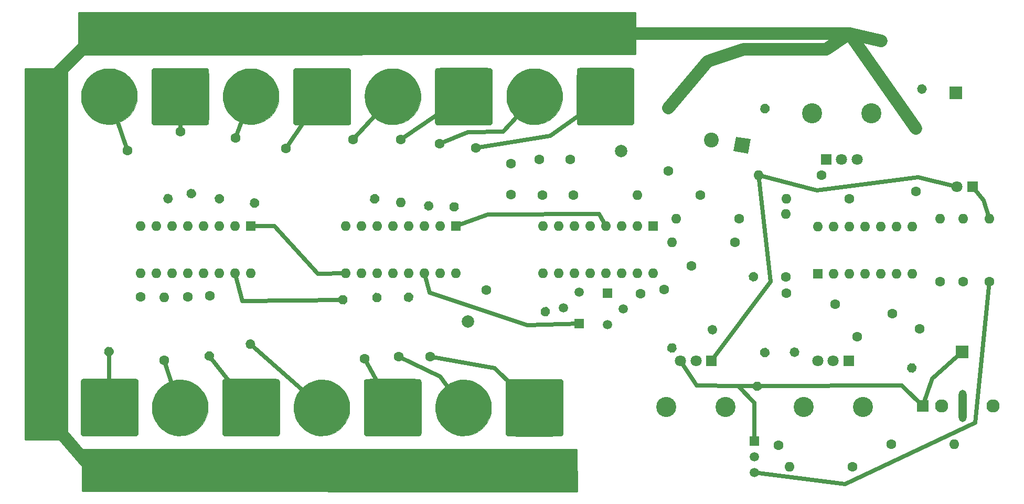
<source format=gbr>
%TF.GenerationSoftware,KiCad,Pcbnew,(5.1.6)-1*%
%TF.CreationDate,2021-02-23T20:11:17-06:00*%
%TF.ProjectId,WALKING RING,57414c4b-494e-4472-9052-494e472e6b69,rev?*%
%TF.SameCoordinates,Original*%
%TF.FileFunction,Copper,L2,Bot*%
%TF.FilePolarity,Positive*%
%FSLAX46Y46*%
G04 Gerber Fmt 4.6, Leading zero omitted, Abs format (unit mm)*
G04 Created by KiCad (PCBNEW (5.1.6)-1) date 2021-02-23 20:11:17*
%MOMM*%
%LPD*%
G01*
G04 APERTURE LIST*
%TA.AperFunction,EtchedComponent*%
%ADD10C,0.010000*%
%TD*%
%TA.AperFunction,ComponentPad*%
%ADD11O,1.600000X1.600000*%
%TD*%
%TA.AperFunction,ComponentPad*%
%ADD12C,1.600000*%
%TD*%
%TA.AperFunction,ComponentPad*%
%ADD13C,2.000000*%
%TD*%
%TA.AperFunction,ComponentPad*%
%ADD14C,2.400000*%
%TD*%
%TA.AperFunction,ComponentPad*%
%ADD15C,0.100000*%
%TD*%
%TA.AperFunction,ComponentPad*%
%ADD16R,1.800000X1.800000*%
%TD*%
%TA.AperFunction,ComponentPad*%
%ADD17C,1.800000*%
%TD*%
%TA.AperFunction,ComponentPad*%
%ADD18C,3.240000*%
%TD*%
%TA.AperFunction,ComponentPad*%
%ADD19R,1.600000X1.600000*%
%TD*%
%TA.AperFunction,ComponentPad*%
%ADD20R,2.000000X2.000000*%
%TD*%
%TA.AperFunction,ComponentPad*%
%ADD21O,1.300000X5.200000*%
%TD*%
%TA.AperFunction,ComponentPad*%
%ADD22C,2.130000*%
%TD*%
%TA.AperFunction,ComponentPad*%
%ADD23R,1.830000X1.930000*%
%TD*%
%TA.AperFunction,ComponentPad*%
%ADD24R,1.500000X1.500000*%
%TD*%
%TA.AperFunction,ComponentPad*%
%ADD25C,1.500000*%
%TD*%
%TA.AperFunction,Conductor*%
%ADD26C,0.635000*%
%TD*%
%TA.AperFunction,Conductor*%
%ADD27C,2.000000*%
%TD*%
%TA.AperFunction,Conductor*%
%ADD28C,0.254000*%
%TD*%
G04 APERTURE END LIST*
D10*
%TO.C,G\u002A\u002A\u002A*%
G36*
X89207643Y-102479131D02*
G01*
X89704047Y-102479199D01*
X90154245Y-102479343D01*
X90560561Y-102479587D01*
X90925317Y-102479958D01*
X91250838Y-102480478D01*
X91539444Y-102481175D01*
X91793461Y-102482071D01*
X92015209Y-102483194D01*
X92207012Y-102484567D01*
X92371194Y-102486215D01*
X92510076Y-102488163D01*
X92625982Y-102490437D01*
X92721235Y-102493061D01*
X92798158Y-102496060D01*
X92859073Y-102499460D01*
X92906303Y-102503284D01*
X92942171Y-102507559D01*
X92969001Y-102512308D01*
X92989114Y-102517558D01*
X93004835Y-102523332D01*
X93010460Y-102525816D01*
X93115608Y-102587387D01*
X93188542Y-102667274D01*
X93238319Y-102764147D01*
X93243384Y-102780383D01*
X93247997Y-102805246D01*
X93252180Y-102841001D01*
X93255951Y-102889915D01*
X93259331Y-102954252D01*
X93262341Y-103036280D01*
X93265000Y-103138263D01*
X93267328Y-103262468D01*
X93269347Y-103411159D01*
X93271075Y-103586604D01*
X93272534Y-103791067D01*
X93273742Y-104026815D01*
X93274721Y-104296113D01*
X93275490Y-104601227D01*
X93276070Y-104944422D01*
X93276481Y-105327965D01*
X93276743Y-105754122D01*
X93276876Y-106225158D01*
X93276900Y-106743338D01*
X93276869Y-107098252D01*
X93276780Y-107642818D01*
X93276646Y-108138858D01*
X93276443Y-108588695D01*
X93276144Y-108994656D01*
X93275725Y-109359063D01*
X93275160Y-109684241D01*
X93274424Y-109972515D01*
X93273491Y-110226209D01*
X93272337Y-110447648D01*
X93270936Y-110639156D01*
X93269263Y-110803058D01*
X93267291Y-110941677D01*
X93264997Y-111057339D01*
X93262355Y-111152367D01*
X93259339Y-111229087D01*
X93255925Y-111289822D01*
X93252086Y-111336897D01*
X93247798Y-111372637D01*
X93243035Y-111399366D01*
X93237773Y-111419408D01*
X93231985Y-111435088D01*
X93229609Y-111440460D01*
X93168037Y-111545608D01*
X93088150Y-111618542D01*
X92991277Y-111668319D01*
X92975041Y-111673384D01*
X92950178Y-111677997D01*
X92914423Y-111682180D01*
X92865510Y-111685951D01*
X92801172Y-111689331D01*
X92719144Y-111692341D01*
X92617161Y-111695000D01*
X92492957Y-111697328D01*
X92344265Y-111699347D01*
X92168821Y-111701075D01*
X91964357Y-111702534D01*
X91728610Y-111703742D01*
X91459312Y-111704721D01*
X91154198Y-111705490D01*
X90811002Y-111706070D01*
X90427459Y-111706481D01*
X90001302Y-111706743D01*
X89530267Y-111706876D01*
X89012086Y-111706900D01*
X88657172Y-111706869D01*
X88112606Y-111706780D01*
X87616567Y-111706646D01*
X87166729Y-111706443D01*
X86760769Y-111706144D01*
X86396362Y-111705725D01*
X86071184Y-111705160D01*
X85782909Y-111704424D01*
X85529215Y-111703491D01*
X85307776Y-111702337D01*
X85116268Y-111700936D01*
X84952367Y-111699263D01*
X84813748Y-111697291D01*
X84698086Y-111694997D01*
X84603057Y-111692355D01*
X84526338Y-111689339D01*
X84465602Y-111685925D01*
X84418527Y-111682086D01*
X84382787Y-111677798D01*
X84356058Y-111673035D01*
X84336016Y-111667773D01*
X84320336Y-111661985D01*
X84314964Y-111659609D01*
X84209816Y-111598037D01*
X84136882Y-111518150D01*
X84087105Y-111421277D01*
X84082037Y-111405024D01*
X84077419Y-111380125D01*
X84073231Y-111344314D01*
X84069453Y-111295325D01*
X84066064Y-111230889D01*
X84063043Y-111148740D01*
X84060371Y-111046610D01*
X84058027Y-110922234D01*
X84055990Y-110773343D01*
X84054239Y-110597671D01*
X84052755Y-110392951D01*
X84051517Y-110156915D01*
X84050504Y-109887297D01*
X84049696Y-109581830D01*
X84049072Y-109238246D01*
X84048612Y-108854278D01*
X84048296Y-108427660D01*
X84048103Y-107956125D01*
X84048012Y-107437405D01*
X84047998Y-107092712D01*
X84048036Y-106543738D01*
X84048163Y-106043348D01*
X84048402Y-105589275D01*
X84048770Y-105179251D01*
X84049291Y-104811010D01*
X84049982Y-104482284D01*
X84050866Y-104190808D01*
X84051963Y-103934313D01*
X84053293Y-103710532D01*
X84054877Y-103517199D01*
X84056734Y-103352046D01*
X84058887Y-103212807D01*
X84061354Y-103097215D01*
X84064157Y-103003002D01*
X84067316Y-102927901D01*
X84070852Y-102869646D01*
X84074784Y-102825969D01*
X84079134Y-102794603D01*
X84083923Y-102773281D01*
X84087105Y-102764147D01*
X84145679Y-102654472D01*
X84222078Y-102578164D01*
X84314964Y-102525816D01*
X84329570Y-102519823D01*
X84347632Y-102514364D01*
X84371472Y-102509416D01*
X84403415Y-102504953D01*
X84445781Y-102500950D01*
X84500896Y-102497382D01*
X84571081Y-102494225D01*
X84658659Y-102491452D01*
X84765953Y-102489040D01*
X84895287Y-102486963D01*
X85048982Y-102485197D01*
X85229362Y-102483716D01*
X85438750Y-102482496D01*
X85679469Y-102481511D01*
X85953841Y-102480737D01*
X86264189Y-102480148D01*
X86612837Y-102479720D01*
X87002107Y-102479428D01*
X87434322Y-102479247D01*
X87911804Y-102479151D01*
X88436878Y-102479117D01*
X88662712Y-102479114D01*
X89207643Y-102479131D01*
G37*
X89207643Y-102479131D02*
X89704047Y-102479199D01*
X90154245Y-102479343D01*
X90560561Y-102479587D01*
X90925317Y-102479958D01*
X91250838Y-102480478D01*
X91539444Y-102481175D01*
X91793461Y-102482071D01*
X92015209Y-102483194D01*
X92207012Y-102484567D01*
X92371194Y-102486215D01*
X92510076Y-102488163D01*
X92625982Y-102490437D01*
X92721235Y-102493061D01*
X92798158Y-102496060D01*
X92859073Y-102499460D01*
X92906303Y-102503284D01*
X92942171Y-102507559D01*
X92969001Y-102512308D01*
X92989114Y-102517558D01*
X93004835Y-102523332D01*
X93010460Y-102525816D01*
X93115608Y-102587387D01*
X93188542Y-102667274D01*
X93238319Y-102764147D01*
X93243384Y-102780383D01*
X93247997Y-102805246D01*
X93252180Y-102841001D01*
X93255951Y-102889915D01*
X93259331Y-102954252D01*
X93262341Y-103036280D01*
X93265000Y-103138263D01*
X93267328Y-103262468D01*
X93269347Y-103411159D01*
X93271075Y-103586604D01*
X93272534Y-103791067D01*
X93273742Y-104026815D01*
X93274721Y-104296113D01*
X93275490Y-104601227D01*
X93276070Y-104944422D01*
X93276481Y-105327965D01*
X93276743Y-105754122D01*
X93276876Y-106225158D01*
X93276900Y-106743338D01*
X93276869Y-107098252D01*
X93276780Y-107642818D01*
X93276646Y-108138858D01*
X93276443Y-108588695D01*
X93276144Y-108994656D01*
X93275725Y-109359063D01*
X93275160Y-109684241D01*
X93274424Y-109972515D01*
X93273491Y-110226209D01*
X93272337Y-110447648D01*
X93270936Y-110639156D01*
X93269263Y-110803058D01*
X93267291Y-110941677D01*
X93264997Y-111057339D01*
X93262355Y-111152367D01*
X93259339Y-111229087D01*
X93255925Y-111289822D01*
X93252086Y-111336897D01*
X93247798Y-111372637D01*
X93243035Y-111399366D01*
X93237773Y-111419408D01*
X93231985Y-111435088D01*
X93229609Y-111440460D01*
X93168037Y-111545608D01*
X93088150Y-111618542D01*
X92991277Y-111668319D01*
X92975041Y-111673384D01*
X92950178Y-111677997D01*
X92914423Y-111682180D01*
X92865510Y-111685951D01*
X92801172Y-111689331D01*
X92719144Y-111692341D01*
X92617161Y-111695000D01*
X92492957Y-111697328D01*
X92344265Y-111699347D01*
X92168821Y-111701075D01*
X91964357Y-111702534D01*
X91728610Y-111703742D01*
X91459312Y-111704721D01*
X91154198Y-111705490D01*
X90811002Y-111706070D01*
X90427459Y-111706481D01*
X90001302Y-111706743D01*
X89530267Y-111706876D01*
X89012086Y-111706900D01*
X88657172Y-111706869D01*
X88112606Y-111706780D01*
X87616567Y-111706646D01*
X87166729Y-111706443D01*
X86760769Y-111706144D01*
X86396362Y-111705725D01*
X86071184Y-111705160D01*
X85782909Y-111704424D01*
X85529215Y-111703491D01*
X85307776Y-111702337D01*
X85116268Y-111700936D01*
X84952367Y-111699263D01*
X84813748Y-111697291D01*
X84698086Y-111694997D01*
X84603057Y-111692355D01*
X84526338Y-111689339D01*
X84465602Y-111685925D01*
X84418527Y-111682086D01*
X84382787Y-111677798D01*
X84356058Y-111673035D01*
X84336016Y-111667773D01*
X84320336Y-111661985D01*
X84314964Y-111659609D01*
X84209816Y-111598037D01*
X84136882Y-111518150D01*
X84087105Y-111421277D01*
X84082037Y-111405024D01*
X84077419Y-111380125D01*
X84073231Y-111344314D01*
X84069453Y-111295325D01*
X84066064Y-111230889D01*
X84063043Y-111148740D01*
X84060371Y-111046610D01*
X84058027Y-110922234D01*
X84055990Y-110773343D01*
X84054239Y-110597671D01*
X84052755Y-110392951D01*
X84051517Y-110156915D01*
X84050504Y-109887297D01*
X84049696Y-109581830D01*
X84049072Y-109238246D01*
X84048612Y-108854278D01*
X84048296Y-108427660D01*
X84048103Y-107956125D01*
X84048012Y-107437405D01*
X84047998Y-107092712D01*
X84048036Y-106543738D01*
X84048163Y-106043348D01*
X84048402Y-105589275D01*
X84048770Y-105179251D01*
X84049291Y-104811010D01*
X84049982Y-104482284D01*
X84050866Y-104190808D01*
X84051963Y-103934313D01*
X84053293Y-103710532D01*
X84054877Y-103517199D01*
X84056734Y-103352046D01*
X84058887Y-103212807D01*
X84061354Y-103097215D01*
X84064157Y-103003002D01*
X84067316Y-102927901D01*
X84070852Y-102869646D01*
X84074784Y-102825969D01*
X84079134Y-102794603D01*
X84083923Y-102773281D01*
X84087105Y-102764147D01*
X84145679Y-102654472D01*
X84222078Y-102578164D01*
X84314964Y-102525816D01*
X84329570Y-102519823D01*
X84347632Y-102514364D01*
X84371472Y-102509416D01*
X84403415Y-102504953D01*
X84445781Y-102500950D01*
X84500896Y-102497382D01*
X84571081Y-102494225D01*
X84658659Y-102491452D01*
X84765953Y-102489040D01*
X84895287Y-102486963D01*
X85048982Y-102485197D01*
X85229362Y-102483716D01*
X85438750Y-102482496D01*
X85679469Y-102481511D01*
X85953841Y-102480737D01*
X86264189Y-102480148D01*
X86612837Y-102479720D01*
X87002107Y-102479428D01*
X87434322Y-102479247D01*
X87911804Y-102479151D01*
X88436878Y-102479117D01*
X88662712Y-102479114D01*
X89207643Y-102479131D01*
G36*
X134937643Y-102499131D02*
G01*
X135434047Y-102499199D01*
X135884245Y-102499343D01*
X136290561Y-102499587D01*
X136655317Y-102499958D01*
X136980838Y-102500478D01*
X137269444Y-102501175D01*
X137523461Y-102502071D01*
X137745209Y-102503194D01*
X137937012Y-102504567D01*
X138101194Y-102506215D01*
X138240076Y-102508163D01*
X138355982Y-102510437D01*
X138451235Y-102513061D01*
X138528158Y-102516060D01*
X138589073Y-102519460D01*
X138636303Y-102523284D01*
X138672171Y-102527559D01*
X138699001Y-102532308D01*
X138719114Y-102537558D01*
X138734835Y-102543332D01*
X138740460Y-102545816D01*
X138845608Y-102607387D01*
X138918542Y-102687274D01*
X138968319Y-102784147D01*
X138973384Y-102800383D01*
X138977997Y-102825246D01*
X138982180Y-102861001D01*
X138985951Y-102909915D01*
X138989331Y-102974252D01*
X138992341Y-103056280D01*
X138995000Y-103158263D01*
X138997328Y-103282468D01*
X138999347Y-103431159D01*
X139001075Y-103606604D01*
X139002534Y-103811067D01*
X139003742Y-104046815D01*
X139004721Y-104316113D01*
X139005490Y-104621227D01*
X139006070Y-104964422D01*
X139006481Y-105347965D01*
X139006743Y-105774122D01*
X139006876Y-106245158D01*
X139006900Y-106763338D01*
X139006869Y-107118252D01*
X139006780Y-107662818D01*
X139006646Y-108158858D01*
X139006443Y-108608695D01*
X139006144Y-109014656D01*
X139005725Y-109379063D01*
X139005160Y-109704241D01*
X139004424Y-109992515D01*
X139003491Y-110246209D01*
X139002337Y-110467648D01*
X139000936Y-110659156D01*
X138999263Y-110823058D01*
X138997291Y-110961677D01*
X138994997Y-111077339D01*
X138992355Y-111172367D01*
X138989339Y-111249087D01*
X138985925Y-111309822D01*
X138982086Y-111356897D01*
X138977798Y-111392637D01*
X138973035Y-111419366D01*
X138967773Y-111439408D01*
X138961985Y-111455088D01*
X138959609Y-111460460D01*
X138898037Y-111565608D01*
X138818150Y-111638542D01*
X138721277Y-111688319D01*
X138705041Y-111693384D01*
X138680178Y-111697997D01*
X138644423Y-111702180D01*
X138595510Y-111705951D01*
X138531172Y-111709331D01*
X138449144Y-111712341D01*
X138347161Y-111715000D01*
X138222957Y-111717328D01*
X138074265Y-111719347D01*
X137898821Y-111721075D01*
X137694357Y-111722534D01*
X137458610Y-111723742D01*
X137189312Y-111724721D01*
X136884198Y-111725490D01*
X136541002Y-111726070D01*
X136157459Y-111726481D01*
X135731302Y-111726743D01*
X135260267Y-111726876D01*
X134742086Y-111726900D01*
X134387172Y-111726869D01*
X133842606Y-111726780D01*
X133346567Y-111726646D01*
X132896729Y-111726443D01*
X132490769Y-111726144D01*
X132126362Y-111725725D01*
X131801184Y-111725160D01*
X131512909Y-111724424D01*
X131259215Y-111723491D01*
X131037776Y-111722337D01*
X130846268Y-111720936D01*
X130682367Y-111719263D01*
X130543748Y-111717291D01*
X130428086Y-111714997D01*
X130333057Y-111712355D01*
X130256338Y-111709339D01*
X130195602Y-111705925D01*
X130148527Y-111702086D01*
X130112787Y-111697798D01*
X130086058Y-111693035D01*
X130066016Y-111687773D01*
X130050336Y-111681985D01*
X130044964Y-111679609D01*
X129939816Y-111618037D01*
X129866882Y-111538150D01*
X129817105Y-111441277D01*
X129812037Y-111425024D01*
X129807419Y-111400125D01*
X129803231Y-111364314D01*
X129799453Y-111315325D01*
X129796064Y-111250889D01*
X129793043Y-111168740D01*
X129790371Y-111066610D01*
X129788027Y-110942234D01*
X129785990Y-110793343D01*
X129784239Y-110617671D01*
X129782755Y-110412951D01*
X129781517Y-110176915D01*
X129780504Y-109907297D01*
X129779696Y-109601830D01*
X129779072Y-109258246D01*
X129778612Y-108874278D01*
X129778296Y-108447660D01*
X129778103Y-107976125D01*
X129778012Y-107457405D01*
X129777998Y-107112712D01*
X129778036Y-106563738D01*
X129778163Y-106063348D01*
X129778402Y-105609275D01*
X129778770Y-105199251D01*
X129779291Y-104831010D01*
X129779982Y-104502284D01*
X129780866Y-104210808D01*
X129781963Y-103954313D01*
X129783293Y-103730532D01*
X129784877Y-103537199D01*
X129786734Y-103372046D01*
X129788887Y-103232807D01*
X129791354Y-103117215D01*
X129794157Y-103023002D01*
X129797316Y-102947901D01*
X129800852Y-102889646D01*
X129804784Y-102845969D01*
X129809134Y-102814603D01*
X129813923Y-102793281D01*
X129817105Y-102784147D01*
X129875679Y-102674472D01*
X129952078Y-102598164D01*
X130044964Y-102545816D01*
X130059570Y-102539823D01*
X130077632Y-102534364D01*
X130101472Y-102529416D01*
X130133415Y-102524953D01*
X130175781Y-102520950D01*
X130230896Y-102517382D01*
X130301081Y-102514225D01*
X130388659Y-102511452D01*
X130495953Y-102509040D01*
X130625287Y-102506963D01*
X130778982Y-102505197D01*
X130959362Y-102503716D01*
X131168750Y-102502496D01*
X131409469Y-102501511D01*
X131683841Y-102500737D01*
X131994189Y-102500148D01*
X132342837Y-102499720D01*
X132732107Y-102499428D01*
X133164322Y-102499247D01*
X133641804Y-102499151D01*
X134166878Y-102499117D01*
X134392712Y-102499114D01*
X134937643Y-102499131D01*
G37*
X134937643Y-102499131D02*
X135434047Y-102499199D01*
X135884245Y-102499343D01*
X136290561Y-102499587D01*
X136655317Y-102499958D01*
X136980838Y-102500478D01*
X137269444Y-102501175D01*
X137523461Y-102502071D01*
X137745209Y-102503194D01*
X137937012Y-102504567D01*
X138101194Y-102506215D01*
X138240076Y-102508163D01*
X138355982Y-102510437D01*
X138451235Y-102513061D01*
X138528158Y-102516060D01*
X138589073Y-102519460D01*
X138636303Y-102523284D01*
X138672171Y-102527559D01*
X138699001Y-102532308D01*
X138719114Y-102537558D01*
X138734835Y-102543332D01*
X138740460Y-102545816D01*
X138845608Y-102607387D01*
X138918542Y-102687274D01*
X138968319Y-102784147D01*
X138973384Y-102800383D01*
X138977997Y-102825246D01*
X138982180Y-102861001D01*
X138985951Y-102909915D01*
X138989331Y-102974252D01*
X138992341Y-103056280D01*
X138995000Y-103158263D01*
X138997328Y-103282468D01*
X138999347Y-103431159D01*
X139001075Y-103606604D01*
X139002534Y-103811067D01*
X139003742Y-104046815D01*
X139004721Y-104316113D01*
X139005490Y-104621227D01*
X139006070Y-104964422D01*
X139006481Y-105347965D01*
X139006743Y-105774122D01*
X139006876Y-106245158D01*
X139006900Y-106763338D01*
X139006869Y-107118252D01*
X139006780Y-107662818D01*
X139006646Y-108158858D01*
X139006443Y-108608695D01*
X139006144Y-109014656D01*
X139005725Y-109379063D01*
X139005160Y-109704241D01*
X139004424Y-109992515D01*
X139003491Y-110246209D01*
X139002337Y-110467648D01*
X139000936Y-110659156D01*
X138999263Y-110823058D01*
X138997291Y-110961677D01*
X138994997Y-111077339D01*
X138992355Y-111172367D01*
X138989339Y-111249087D01*
X138985925Y-111309822D01*
X138982086Y-111356897D01*
X138977798Y-111392637D01*
X138973035Y-111419366D01*
X138967773Y-111439408D01*
X138961985Y-111455088D01*
X138959609Y-111460460D01*
X138898037Y-111565608D01*
X138818150Y-111638542D01*
X138721277Y-111688319D01*
X138705041Y-111693384D01*
X138680178Y-111697997D01*
X138644423Y-111702180D01*
X138595510Y-111705951D01*
X138531172Y-111709331D01*
X138449144Y-111712341D01*
X138347161Y-111715000D01*
X138222957Y-111717328D01*
X138074265Y-111719347D01*
X137898821Y-111721075D01*
X137694357Y-111722534D01*
X137458610Y-111723742D01*
X137189312Y-111724721D01*
X136884198Y-111725490D01*
X136541002Y-111726070D01*
X136157459Y-111726481D01*
X135731302Y-111726743D01*
X135260267Y-111726876D01*
X134742086Y-111726900D01*
X134387172Y-111726869D01*
X133842606Y-111726780D01*
X133346567Y-111726646D01*
X132896729Y-111726443D01*
X132490769Y-111726144D01*
X132126362Y-111725725D01*
X131801184Y-111725160D01*
X131512909Y-111724424D01*
X131259215Y-111723491D01*
X131037776Y-111722337D01*
X130846268Y-111720936D01*
X130682367Y-111719263D01*
X130543748Y-111717291D01*
X130428086Y-111714997D01*
X130333057Y-111712355D01*
X130256338Y-111709339D01*
X130195602Y-111705925D01*
X130148527Y-111702086D01*
X130112787Y-111697798D01*
X130086058Y-111693035D01*
X130066016Y-111687773D01*
X130050336Y-111681985D01*
X130044964Y-111679609D01*
X129939816Y-111618037D01*
X129866882Y-111538150D01*
X129817105Y-111441277D01*
X129812037Y-111425024D01*
X129807419Y-111400125D01*
X129803231Y-111364314D01*
X129799453Y-111315325D01*
X129796064Y-111250889D01*
X129793043Y-111168740D01*
X129790371Y-111066610D01*
X129788027Y-110942234D01*
X129785990Y-110793343D01*
X129784239Y-110617671D01*
X129782755Y-110412951D01*
X129781517Y-110176915D01*
X129780504Y-109907297D01*
X129779696Y-109601830D01*
X129779072Y-109258246D01*
X129778612Y-108874278D01*
X129778296Y-108447660D01*
X129778103Y-107976125D01*
X129778012Y-107457405D01*
X129777998Y-107112712D01*
X129778036Y-106563738D01*
X129778163Y-106063348D01*
X129778402Y-105609275D01*
X129778770Y-105199251D01*
X129779291Y-104831010D01*
X129779982Y-104502284D01*
X129780866Y-104210808D01*
X129781963Y-103954313D01*
X129783293Y-103730532D01*
X129784877Y-103537199D01*
X129786734Y-103372046D01*
X129788887Y-103232807D01*
X129791354Y-103117215D01*
X129794157Y-103023002D01*
X129797316Y-102947901D01*
X129800852Y-102889646D01*
X129804784Y-102845969D01*
X129809134Y-102814603D01*
X129813923Y-102793281D01*
X129817105Y-102784147D01*
X129875679Y-102674472D01*
X129952078Y-102598164D01*
X130044964Y-102545816D01*
X130059570Y-102539823D01*
X130077632Y-102534364D01*
X130101472Y-102529416D01*
X130133415Y-102524953D01*
X130175781Y-102520950D01*
X130230896Y-102517382D01*
X130301081Y-102514225D01*
X130388659Y-102511452D01*
X130495953Y-102509040D01*
X130625287Y-102506963D01*
X130778982Y-102505197D01*
X130959362Y-102503716D01*
X131168750Y-102502496D01*
X131409469Y-102501511D01*
X131683841Y-102500737D01*
X131994189Y-102500148D01*
X132342837Y-102499720D01*
X132732107Y-102499428D01*
X133164322Y-102499247D01*
X133641804Y-102499151D01*
X134166878Y-102499117D01*
X134392712Y-102499114D01*
X134937643Y-102499131D01*
G36*
X66367643Y-102469131D02*
G01*
X66864047Y-102469199D01*
X67314245Y-102469343D01*
X67720561Y-102469587D01*
X68085317Y-102469958D01*
X68410838Y-102470478D01*
X68699444Y-102471175D01*
X68953461Y-102472071D01*
X69175209Y-102473194D01*
X69367012Y-102474567D01*
X69531194Y-102476215D01*
X69670076Y-102478163D01*
X69785982Y-102480437D01*
X69881235Y-102483061D01*
X69958158Y-102486060D01*
X70019073Y-102489460D01*
X70066303Y-102493284D01*
X70102171Y-102497559D01*
X70129001Y-102502308D01*
X70149114Y-102507558D01*
X70164835Y-102513332D01*
X70170460Y-102515816D01*
X70275608Y-102577387D01*
X70348542Y-102657274D01*
X70398319Y-102754147D01*
X70403384Y-102770383D01*
X70407997Y-102795246D01*
X70412180Y-102831001D01*
X70415951Y-102879915D01*
X70419331Y-102944252D01*
X70422341Y-103026280D01*
X70425000Y-103128263D01*
X70427328Y-103252468D01*
X70429347Y-103401159D01*
X70431075Y-103576604D01*
X70432534Y-103781067D01*
X70433742Y-104016815D01*
X70434721Y-104286113D01*
X70435490Y-104591227D01*
X70436070Y-104934422D01*
X70436481Y-105317965D01*
X70436743Y-105744122D01*
X70436876Y-106215158D01*
X70436900Y-106733338D01*
X70436869Y-107088252D01*
X70436780Y-107632818D01*
X70436646Y-108128858D01*
X70436443Y-108578695D01*
X70436144Y-108984656D01*
X70435725Y-109349063D01*
X70435160Y-109674241D01*
X70434424Y-109962515D01*
X70433491Y-110216209D01*
X70432337Y-110437648D01*
X70430936Y-110629156D01*
X70429263Y-110793058D01*
X70427291Y-110931677D01*
X70424997Y-111047339D01*
X70422355Y-111142367D01*
X70419339Y-111219087D01*
X70415925Y-111279822D01*
X70412086Y-111326897D01*
X70407798Y-111362637D01*
X70403035Y-111389366D01*
X70397773Y-111409408D01*
X70391985Y-111425088D01*
X70389609Y-111430460D01*
X70328037Y-111535608D01*
X70248150Y-111608542D01*
X70151277Y-111658319D01*
X70135041Y-111663384D01*
X70110178Y-111667997D01*
X70074423Y-111672180D01*
X70025510Y-111675951D01*
X69961172Y-111679331D01*
X69879144Y-111682341D01*
X69777161Y-111685000D01*
X69652957Y-111687328D01*
X69504265Y-111689347D01*
X69328821Y-111691075D01*
X69124357Y-111692534D01*
X68888610Y-111693742D01*
X68619312Y-111694721D01*
X68314198Y-111695490D01*
X67971002Y-111696070D01*
X67587459Y-111696481D01*
X67161302Y-111696743D01*
X66690267Y-111696876D01*
X66172086Y-111696900D01*
X65817172Y-111696869D01*
X65272606Y-111696780D01*
X64776567Y-111696646D01*
X64326729Y-111696443D01*
X63920769Y-111696144D01*
X63556362Y-111695725D01*
X63231184Y-111695160D01*
X62942909Y-111694424D01*
X62689215Y-111693491D01*
X62467776Y-111692337D01*
X62276268Y-111690936D01*
X62112367Y-111689263D01*
X61973748Y-111687291D01*
X61858086Y-111684997D01*
X61763057Y-111682355D01*
X61686338Y-111679339D01*
X61625602Y-111675925D01*
X61578527Y-111672086D01*
X61542787Y-111667798D01*
X61516058Y-111663035D01*
X61496016Y-111657773D01*
X61480336Y-111651985D01*
X61474964Y-111649609D01*
X61369816Y-111588037D01*
X61296882Y-111508150D01*
X61247105Y-111411277D01*
X61242037Y-111395024D01*
X61237419Y-111370125D01*
X61233231Y-111334314D01*
X61229453Y-111285325D01*
X61226064Y-111220889D01*
X61223043Y-111138740D01*
X61220371Y-111036610D01*
X61218027Y-110912234D01*
X61215990Y-110763343D01*
X61214239Y-110587671D01*
X61212755Y-110382951D01*
X61211517Y-110146915D01*
X61210504Y-109877297D01*
X61209696Y-109571830D01*
X61209072Y-109228246D01*
X61208612Y-108844278D01*
X61208296Y-108417660D01*
X61208103Y-107946125D01*
X61208012Y-107427405D01*
X61207998Y-107082712D01*
X61208036Y-106533738D01*
X61208163Y-106033348D01*
X61208402Y-105579275D01*
X61208770Y-105169251D01*
X61209291Y-104801010D01*
X61209982Y-104472284D01*
X61210866Y-104180808D01*
X61211963Y-103924313D01*
X61213293Y-103700532D01*
X61214877Y-103507199D01*
X61216734Y-103342046D01*
X61218887Y-103202807D01*
X61221354Y-103087215D01*
X61224157Y-102993002D01*
X61227316Y-102917901D01*
X61230852Y-102859646D01*
X61234784Y-102815969D01*
X61239134Y-102784603D01*
X61243923Y-102763281D01*
X61247105Y-102754147D01*
X61305679Y-102644472D01*
X61382078Y-102568164D01*
X61474964Y-102515816D01*
X61489570Y-102509823D01*
X61507632Y-102504364D01*
X61531472Y-102499416D01*
X61563415Y-102494953D01*
X61605781Y-102490950D01*
X61660896Y-102487382D01*
X61731081Y-102484225D01*
X61818659Y-102481452D01*
X61925953Y-102479040D01*
X62055287Y-102476963D01*
X62208982Y-102475197D01*
X62389362Y-102473716D01*
X62598750Y-102472496D01*
X62839469Y-102471511D01*
X63113841Y-102470737D01*
X63424189Y-102470148D01*
X63772837Y-102469720D01*
X64162107Y-102469428D01*
X64594322Y-102469247D01*
X65071804Y-102469151D01*
X65596878Y-102469117D01*
X65822712Y-102469114D01*
X66367643Y-102469131D01*
G37*
X66367643Y-102469131D02*
X66864047Y-102469199D01*
X67314245Y-102469343D01*
X67720561Y-102469587D01*
X68085317Y-102469958D01*
X68410838Y-102470478D01*
X68699444Y-102471175D01*
X68953461Y-102472071D01*
X69175209Y-102473194D01*
X69367012Y-102474567D01*
X69531194Y-102476215D01*
X69670076Y-102478163D01*
X69785982Y-102480437D01*
X69881235Y-102483061D01*
X69958158Y-102486060D01*
X70019073Y-102489460D01*
X70066303Y-102493284D01*
X70102171Y-102497559D01*
X70129001Y-102502308D01*
X70149114Y-102507558D01*
X70164835Y-102513332D01*
X70170460Y-102515816D01*
X70275608Y-102577387D01*
X70348542Y-102657274D01*
X70398319Y-102754147D01*
X70403384Y-102770383D01*
X70407997Y-102795246D01*
X70412180Y-102831001D01*
X70415951Y-102879915D01*
X70419331Y-102944252D01*
X70422341Y-103026280D01*
X70425000Y-103128263D01*
X70427328Y-103252468D01*
X70429347Y-103401159D01*
X70431075Y-103576604D01*
X70432534Y-103781067D01*
X70433742Y-104016815D01*
X70434721Y-104286113D01*
X70435490Y-104591227D01*
X70436070Y-104934422D01*
X70436481Y-105317965D01*
X70436743Y-105744122D01*
X70436876Y-106215158D01*
X70436900Y-106733338D01*
X70436869Y-107088252D01*
X70436780Y-107632818D01*
X70436646Y-108128858D01*
X70436443Y-108578695D01*
X70436144Y-108984656D01*
X70435725Y-109349063D01*
X70435160Y-109674241D01*
X70434424Y-109962515D01*
X70433491Y-110216209D01*
X70432337Y-110437648D01*
X70430936Y-110629156D01*
X70429263Y-110793058D01*
X70427291Y-110931677D01*
X70424997Y-111047339D01*
X70422355Y-111142367D01*
X70419339Y-111219087D01*
X70415925Y-111279822D01*
X70412086Y-111326897D01*
X70407798Y-111362637D01*
X70403035Y-111389366D01*
X70397773Y-111409408D01*
X70391985Y-111425088D01*
X70389609Y-111430460D01*
X70328037Y-111535608D01*
X70248150Y-111608542D01*
X70151277Y-111658319D01*
X70135041Y-111663384D01*
X70110178Y-111667997D01*
X70074423Y-111672180D01*
X70025510Y-111675951D01*
X69961172Y-111679331D01*
X69879144Y-111682341D01*
X69777161Y-111685000D01*
X69652957Y-111687328D01*
X69504265Y-111689347D01*
X69328821Y-111691075D01*
X69124357Y-111692534D01*
X68888610Y-111693742D01*
X68619312Y-111694721D01*
X68314198Y-111695490D01*
X67971002Y-111696070D01*
X67587459Y-111696481D01*
X67161302Y-111696743D01*
X66690267Y-111696876D01*
X66172086Y-111696900D01*
X65817172Y-111696869D01*
X65272606Y-111696780D01*
X64776567Y-111696646D01*
X64326729Y-111696443D01*
X63920769Y-111696144D01*
X63556362Y-111695725D01*
X63231184Y-111695160D01*
X62942909Y-111694424D01*
X62689215Y-111693491D01*
X62467776Y-111692337D01*
X62276268Y-111690936D01*
X62112367Y-111689263D01*
X61973748Y-111687291D01*
X61858086Y-111684997D01*
X61763057Y-111682355D01*
X61686338Y-111679339D01*
X61625602Y-111675925D01*
X61578527Y-111672086D01*
X61542787Y-111667798D01*
X61516058Y-111663035D01*
X61496016Y-111657773D01*
X61480336Y-111651985D01*
X61474964Y-111649609D01*
X61369816Y-111588037D01*
X61296882Y-111508150D01*
X61247105Y-111411277D01*
X61242037Y-111395024D01*
X61237419Y-111370125D01*
X61233231Y-111334314D01*
X61229453Y-111285325D01*
X61226064Y-111220889D01*
X61223043Y-111138740D01*
X61220371Y-111036610D01*
X61218027Y-110912234D01*
X61215990Y-110763343D01*
X61214239Y-110587671D01*
X61212755Y-110382951D01*
X61211517Y-110146915D01*
X61210504Y-109877297D01*
X61209696Y-109571830D01*
X61209072Y-109228246D01*
X61208612Y-108844278D01*
X61208296Y-108417660D01*
X61208103Y-107946125D01*
X61208012Y-107427405D01*
X61207998Y-107082712D01*
X61208036Y-106533738D01*
X61208163Y-106033348D01*
X61208402Y-105579275D01*
X61208770Y-105169251D01*
X61209291Y-104801010D01*
X61209982Y-104472284D01*
X61210866Y-104180808D01*
X61211963Y-103924313D01*
X61213293Y-103700532D01*
X61214877Y-103507199D01*
X61216734Y-103342046D01*
X61218887Y-103202807D01*
X61221354Y-103087215D01*
X61224157Y-102993002D01*
X61227316Y-102917901D01*
X61230852Y-102859646D01*
X61234784Y-102815969D01*
X61239134Y-102784603D01*
X61243923Y-102763281D01*
X61247105Y-102754147D01*
X61305679Y-102644472D01*
X61382078Y-102568164D01*
X61474964Y-102515816D01*
X61489570Y-102509823D01*
X61507632Y-102504364D01*
X61531472Y-102499416D01*
X61563415Y-102494953D01*
X61605781Y-102490950D01*
X61660896Y-102487382D01*
X61731081Y-102484225D01*
X61818659Y-102481452D01*
X61925953Y-102479040D01*
X62055287Y-102476963D01*
X62208982Y-102475197D01*
X62389362Y-102473716D01*
X62598750Y-102472496D01*
X62839469Y-102471511D01*
X63113841Y-102470737D01*
X63424189Y-102470148D01*
X63772837Y-102469720D01*
X64162107Y-102469428D01*
X64594322Y-102469247D01*
X65071804Y-102469151D01*
X65596878Y-102469117D01*
X65822712Y-102469114D01*
X66367643Y-102469131D01*
G36*
X146407643Y-52269131D02*
G01*
X146904047Y-52269199D01*
X147354245Y-52269343D01*
X147760561Y-52269587D01*
X148125317Y-52269958D01*
X148450838Y-52270478D01*
X148739444Y-52271175D01*
X148993461Y-52272071D01*
X149215209Y-52273194D01*
X149407012Y-52274567D01*
X149571194Y-52276215D01*
X149710076Y-52278163D01*
X149825982Y-52280437D01*
X149921235Y-52283061D01*
X149998158Y-52286060D01*
X150059073Y-52289460D01*
X150106303Y-52293284D01*
X150142171Y-52297559D01*
X150169001Y-52302308D01*
X150189114Y-52307558D01*
X150204835Y-52313332D01*
X150210460Y-52315816D01*
X150315608Y-52377387D01*
X150388542Y-52457274D01*
X150438319Y-52554147D01*
X150443384Y-52570383D01*
X150447997Y-52595246D01*
X150452180Y-52631001D01*
X150455951Y-52679915D01*
X150459331Y-52744252D01*
X150462341Y-52826280D01*
X150465000Y-52928263D01*
X150467328Y-53052468D01*
X150469347Y-53201159D01*
X150471075Y-53376604D01*
X150472534Y-53581067D01*
X150473742Y-53816815D01*
X150474721Y-54086113D01*
X150475490Y-54391227D01*
X150476070Y-54734422D01*
X150476481Y-55117965D01*
X150476743Y-55544122D01*
X150476876Y-56015158D01*
X150476900Y-56533338D01*
X150476869Y-56888252D01*
X150476780Y-57432818D01*
X150476646Y-57928858D01*
X150476443Y-58378695D01*
X150476144Y-58784656D01*
X150475725Y-59149063D01*
X150475160Y-59474241D01*
X150474424Y-59762515D01*
X150473491Y-60016209D01*
X150472337Y-60237648D01*
X150470936Y-60429156D01*
X150469263Y-60593058D01*
X150467291Y-60731677D01*
X150464997Y-60847339D01*
X150462355Y-60942367D01*
X150459339Y-61019087D01*
X150455925Y-61079822D01*
X150452086Y-61126897D01*
X150447798Y-61162637D01*
X150443035Y-61189366D01*
X150437773Y-61209408D01*
X150431985Y-61225088D01*
X150429609Y-61230460D01*
X150368037Y-61335608D01*
X150288150Y-61408542D01*
X150191277Y-61458319D01*
X150175041Y-61463384D01*
X150150178Y-61467997D01*
X150114423Y-61472180D01*
X150065510Y-61475951D01*
X150001172Y-61479331D01*
X149919144Y-61482341D01*
X149817161Y-61485000D01*
X149692957Y-61487328D01*
X149544265Y-61489347D01*
X149368821Y-61491075D01*
X149164357Y-61492534D01*
X148928610Y-61493742D01*
X148659312Y-61494721D01*
X148354198Y-61495490D01*
X148011002Y-61496070D01*
X147627459Y-61496481D01*
X147201302Y-61496743D01*
X146730267Y-61496876D01*
X146212086Y-61496900D01*
X145857172Y-61496869D01*
X145312606Y-61496780D01*
X144816567Y-61496646D01*
X144366729Y-61496443D01*
X143960769Y-61496144D01*
X143596362Y-61495725D01*
X143271184Y-61495160D01*
X142982909Y-61494424D01*
X142729215Y-61493491D01*
X142507776Y-61492337D01*
X142316268Y-61490936D01*
X142152367Y-61489263D01*
X142013748Y-61487291D01*
X141898086Y-61484997D01*
X141803057Y-61482355D01*
X141726338Y-61479339D01*
X141665602Y-61475925D01*
X141618527Y-61472086D01*
X141582787Y-61467798D01*
X141556058Y-61463035D01*
X141536016Y-61457773D01*
X141520336Y-61451985D01*
X141514964Y-61449609D01*
X141409816Y-61388037D01*
X141336882Y-61308150D01*
X141287105Y-61211277D01*
X141282037Y-61195024D01*
X141277419Y-61170125D01*
X141273231Y-61134314D01*
X141269453Y-61085325D01*
X141266064Y-61020889D01*
X141263043Y-60938740D01*
X141260371Y-60836610D01*
X141258027Y-60712234D01*
X141255990Y-60563343D01*
X141254239Y-60387671D01*
X141252755Y-60182951D01*
X141251517Y-59946915D01*
X141250504Y-59677297D01*
X141249696Y-59371830D01*
X141249072Y-59028246D01*
X141248612Y-58644278D01*
X141248296Y-58217660D01*
X141248103Y-57746125D01*
X141248012Y-57227405D01*
X141247998Y-56882712D01*
X141248036Y-56333738D01*
X141248163Y-55833348D01*
X141248402Y-55379275D01*
X141248770Y-54969251D01*
X141249291Y-54601010D01*
X141249982Y-54272284D01*
X141250866Y-53980808D01*
X141251963Y-53724313D01*
X141253293Y-53500532D01*
X141254877Y-53307199D01*
X141256734Y-53142046D01*
X141258887Y-53002807D01*
X141261354Y-52887215D01*
X141264157Y-52793002D01*
X141267316Y-52717901D01*
X141270852Y-52659646D01*
X141274784Y-52615969D01*
X141279134Y-52584603D01*
X141283923Y-52563281D01*
X141287105Y-52554147D01*
X141345679Y-52444472D01*
X141422078Y-52368164D01*
X141514964Y-52315816D01*
X141529570Y-52309823D01*
X141547632Y-52304364D01*
X141571472Y-52299416D01*
X141603415Y-52294953D01*
X141645781Y-52290950D01*
X141700896Y-52287382D01*
X141771081Y-52284225D01*
X141858659Y-52281452D01*
X141965953Y-52279040D01*
X142095287Y-52276963D01*
X142248982Y-52275197D01*
X142429362Y-52273716D01*
X142638750Y-52272496D01*
X142879469Y-52271511D01*
X143153841Y-52270737D01*
X143464189Y-52270148D01*
X143812837Y-52269720D01*
X144202107Y-52269428D01*
X144634322Y-52269247D01*
X145111804Y-52269151D01*
X145636878Y-52269117D01*
X145862712Y-52269114D01*
X146407643Y-52269131D01*
G37*
X146407643Y-52269131D02*
X146904047Y-52269199D01*
X147354245Y-52269343D01*
X147760561Y-52269587D01*
X148125317Y-52269958D01*
X148450838Y-52270478D01*
X148739444Y-52271175D01*
X148993461Y-52272071D01*
X149215209Y-52273194D01*
X149407012Y-52274567D01*
X149571194Y-52276215D01*
X149710076Y-52278163D01*
X149825982Y-52280437D01*
X149921235Y-52283061D01*
X149998158Y-52286060D01*
X150059073Y-52289460D01*
X150106303Y-52293284D01*
X150142171Y-52297559D01*
X150169001Y-52302308D01*
X150189114Y-52307558D01*
X150204835Y-52313332D01*
X150210460Y-52315816D01*
X150315608Y-52377387D01*
X150388542Y-52457274D01*
X150438319Y-52554147D01*
X150443384Y-52570383D01*
X150447997Y-52595246D01*
X150452180Y-52631001D01*
X150455951Y-52679915D01*
X150459331Y-52744252D01*
X150462341Y-52826280D01*
X150465000Y-52928263D01*
X150467328Y-53052468D01*
X150469347Y-53201159D01*
X150471075Y-53376604D01*
X150472534Y-53581067D01*
X150473742Y-53816815D01*
X150474721Y-54086113D01*
X150475490Y-54391227D01*
X150476070Y-54734422D01*
X150476481Y-55117965D01*
X150476743Y-55544122D01*
X150476876Y-56015158D01*
X150476900Y-56533338D01*
X150476869Y-56888252D01*
X150476780Y-57432818D01*
X150476646Y-57928858D01*
X150476443Y-58378695D01*
X150476144Y-58784656D01*
X150475725Y-59149063D01*
X150475160Y-59474241D01*
X150474424Y-59762515D01*
X150473491Y-60016209D01*
X150472337Y-60237648D01*
X150470936Y-60429156D01*
X150469263Y-60593058D01*
X150467291Y-60731677D01*
X150464997Y-60847339D01*
X150462355Y-60942367D01*
X150459339Y-61019087D01*
X150455925Y-61079822D01*
X150452086Y-61126897D01*
X150447798Y-61162637D01*
X150443035Y-61189366D01*
X150437773Y-61209408D01*
X150431985Y-61225088D01*
X150429609Y-61230460D01*
X150368037Y-61335608D01*
X150288150Y-61408542D01*
X150191277Y-61458319D01*
X150175041Y-61463384D01*
X150150178Y-61467997D01*
X150114423Y-61472180D01*
X150065510Y-61475951D01*
X150001172Y-61479331D01*
X149919144Y-61482341D01*
X149817161Y-61485000D01*
X149692957Y-61487328D01*
X149544265Y-61489347D01*
X149368821Y-61491075D01*
X149164357Y-61492534D01*
X148928610Y-61493742D01*
X148659312Y-61494721D01*
X148354198Y-61495490D01*
X148011002Y-61496070D01*
X147627459Y-61496481D01*
X147201302Y-61496743D01*
X146730267Y-61496876D01*
X146212086Y-61496900D01*
X145857172Y-61496869D01*
X145312606Y-61496780D01*
X144816567Y-61496646D01*
X144366729Y-61496443D01*
X143960769Y-61496144D01*
X143596362Y-61495725D01*
X143271184Y-61495160D01*
X142982909Y-61494424D01*
X142729215Y-61493491D01*
X142507776Y-61492337D01*
X142316268Y-61490936D01*
X142152367Y-61489263D01*
X142013748Y-61487291D01*
X141898086Y-61484997D01*
X141803057Y-61482355D01*
X141726338Y-61479339D01*
X141665602Y-61475925D01*
X141618527Y-61472086D01*
X141582787Y-61467798D01*
X141556058Y-61463035D01*
X141536016Y-61457773D01*
X141520336Y-61451985D01*
X141514964Y-61449609D01*
X141409816Y-61388037D01*
X141336882Y-61308150D01*
X141287105Y-61211277D01*
X141282037Y-61195024D01*
X141277419Y-61170125D01*
X141273231Y-61134314D01*
X141269453Y-61085325D01*
X141266064Y-61020889D01*
X141263043Y-60938740D01*
X141260371Y-60836610D01*
X141258027Y-60712234D01*
X141255990Y-60563343D01*
X141254239Y-60387671D01*
X141252755Y-60182951D01*
X141251517Y-59946915D01*
X141250504Y-59677297D01*
X141249696Y-59371830D01*
X141249072Y-59028246D01*
X141248612Y-58644278D01*
X141248296Y-58217660D01*
X141248103Y-57746125D01*
X141248012Y-57227405D01*
X141247998Y-56882712D01*
X141248036Y-56333738D01*
X141248163Y-55833348D01*
X141248402Y-55379275D01*
X141248770Y-54969251D01*
X141249291Y-54601010D01*
X141249982Y-54272284D01*
X141250866Y-53980808D01*
X141251963Y-53724313D01*
X141253293Y-53500532D01*
X141254877Y-53307199D01*
X141256734Y-53142046D01*
X141258887Y-53002807D01*
X141261354Y-52887215D01*
X141264157Y-52793002D01*
X141267316Y-52717901D01*
X141270852Y-52659646D01*
X141274784Y-52615969D01*
X141279134Y-52584603D01*
X141283923Y-52563281D01*
X141287105Y-52554147D01*
X141345679Y-52444472D01*
X141422078Y-52368164D01*
X141514964Y-52315816D01*
X141529570Y-52309823D01*
X141547632Y-52304364D01*
X141571472Y-52299416D01*
X141603415Y-52294953D01*
X141645781Y-52290950D01*
X141700896Y-52287382D01*
X141771081Y-52284225D01*
X141858659Y-52281452D01*
X141965953Y-52279040D01*
X142095287Y-52276963D01*
X142248982Y-52275197D01*
X142429362Y-52273716D01*
X142638750Y-52272496D01*
X142879469Y-52271511D01*
X143153841Y-52270737D01*
X143464189Y-52270148D01*
X143812837Y-52269720D01*
X144202107Y-52269428D01*
X144634322Y-52269247D01*
X145111804Y-52269151D01*
X145636878Y-52269117D01*
X145862712Y-52269114D01*
X146407643Y-52269131D01*
G36*
X100657643Y-52289131D02*
G01*
X101154047Y-52289199D01*
X101604245Y-52289343D01*
X102010561Y-52289587D01*
X102375317Y-52289958D01*
X102700838Y-52290478D01*
X102989444Y-52291175D01*
X103243461Y-52292071D01*
X103465209Y-52293194D01*
X103657012Y-52294567D01*
X103821194Y-52296215D01*
X103960076Y-52298163D01*
X104075982Y-52300437D01*
X104171235Y-52303061D01*
X104248158Y-52306060D01*
X104309073Y-52309460D01*
X104356303Y-52313284D01*
X104392171Y-52317559D01*
X104419001Y-52322308D01*
X104439114Y-52327558D01*
X104454835Y-52333332D01*
X104460460Y-52335816D01*
X104565608Y-52397387D01*
X104638542Y-52477274D01*
X104688319Y-52574147D01*
X104693384Y-52590383D01*
X104697997Y-52615246D01*
X104702180Y-52651001D01*
X104705951Y-52699915D01*
X104709331Y-52764252D01*
X104712341Y-52846280D01*
X104715000Y-52948263D01*
X104717328Y-53072468D01*
X104719347Y-53221159D01*
X104721075Y-53396604D01*
X104722534Y-53601067D01*
X104723742Y-53836815D01*
X104724721Y-54106113D01*
X104725490Y-54411227D01*
X104726070Y-54754422D01*
X104726481Y-55137965D01*
X104726743Y-55564122D01*
X104726876Y-56035158D01*
X104726900Y-56553338D01*
X104726869Y-56908252D01*
X104726780Y-57452818D01*
X104726646Y-57948858D01*
X104726443Y-58398695D01*
X104726144Y-58804656D01*
X104725725Y-59169063D01*
X104725160Y-59494241D01*
X104724424Y-59782515D01*
X104723491Y-60036209D01*
X104722337Y-60257648D01*
X104720936Y-60449156D01*
X104719263Y-60613058D01*
X104717291Y-60751677D01*
X104714997Y-60867339D01*
X104712355Y-60962367D01*
X104709339Y-61039087D01*
X104705925Y-61099822D01*
X104702086Y-61146897D01*
X104697798Y-61182637D01*
X104693035Y-61209366D01*
X104687773Y-61229408D01*
X104681985Y-61245088D01*
X104679609Y-61250460D01*
X104618037Y-61355608D01*
X104538150Y-61428542D01*
X104441277Y-61478319D01*
X104425041Y-61483384D01*
X104400178Y-61487997D01*
X104364423Y-61492180D01*
X104315510Y-61495951D01*
X104251172Y-61499331D01*
X104169144Y-61502341D01*
X104067161Y-61505000D01*
X103942957Y-61507328D01*
X103794265Y-61509347D01*
X103618821Y-61511075D01*
X103414357Y-61512534D01*
X103178610Y-61513742D01*
X102909312Y-61514721D01*
X102604198Y-61515490D01*
X102261002Y-61516070D01*
X101877459Y-61516481D01*
X101451302Y-61516743D01*
X100980267Y-61516876D01*
X100462086Y-61516900D01*
X100107172Y-61516869D01*
X99562606Y-61516780D01*
X99066567Y-61516646D01*
X98616729Y-61516443D01*
X98210769Y-61516144D01*
X97846362Y-61515725D01*
X97521184Y-61515160D01*
X97232909Y-61514424D01*
X96979215Y-61513491D01*
X96757776Y-61512337D01*
X96566268Y-61510936D01*
X96402367Y-61509263D01*
X96263748Y-61507291D01*
X96148086Y-61504997D01*
X96053057Y-61502355D01*
X95976338Y-61499339D01*
X95915602Y-61495925D01*
X95868527Y-61492086D01*
X95832787Y-61487798D01*
X95806058Y-61483035D01*
X95786016Y-61477773D01*
X95770336Y-61471985D01*
X95764964Y-61469609D01*
X95659816Y-61408037D01*
X95586882Y-61328150D01*
X95537105Y-61231277D01*
X95532037Y-61215024D01*
X95527419Y-61190125D01*
X95523231Y-61154314D01*
X95519453Y-61105325D01*
X95516064Y-61040889D01*
X95513043Y-60958740D01*
X95510371Y-60856610D01*
X95508027Y-60732234D01*
X95505990Y-60583343D01*
X95504239Y-60407671D01*
X95502755Y-60202951D01*
X95501517Y-59966915D01*
X95500504Y-59697297D01*
X95499696Y-59391830D01*
X95499072Y-59048246D01*
X95498612Y-58664278D01*
X95498296Y-58237660D01*
X95498103Y-57766125D01*
X95498012Y-57247405D01*
X95497998Y-56902712D01*
X95498036Y-56353738D01*
X95498163Y-55853348D01*
X95498402Y-55399275D01*
X95498770Y-54989251D01*
X95499291Y-54621010D01*
X95499982Y-54292284D01*
X95500866Y-54000808D01*
X95501963Y-53744313D01*
X95503293Y-53520532D01*
X95504877Y-53327199D01*
X95506734Y-53162046D01*
X95508887Y-53022807D01*
X95511354Y-52907215D01*
X95514157Y-52813002D01*
X95517316Y-52737901D01*
X95520852Y-52679646D01*
X95524784Y-52635969D01*
X95529134Y-52604603D01*
X95533923Y-52583281D01*
X95537105Y-52574147D01*
X95595679Y-52464472D01*
X95672078Y-52388164D01*
X95764964Y-52335816D01*
X95779570Y-52329823D01*
X95797632Y-52324364D01*
X95821472Y-52319416D01*
X95853415Y-52314953D01*
X95895781Y-52310950D01*
X95950896Y-52307382D01*
X96021081Y-52304225D01*
X96108659Y-52301452D01*
X96215953Y-52299040D01*
X96345287Y-52296963D01*
X96498982Y-52295197D01*
X96679362Y-52293716D01*
X96888750Y-52292496D01*
X97129469Y-52291511D01*
X97403841Y-52290737D01*
X97714189Y-52290148D01*
X98062837Y-52289720D01*
X98452107Y-52289428D01*
X98884322Y-52289247D01*
X99361804Y-52289151D01*
X99886878Y-52289117D01*
X100112712Y-52289114D01*
X100657643Y-52289131D01*
G37*
X100657643Y-52289131D02*
X101154047Y-52289199D01*
X101604245Y-52289343D01*
X102010561Y-52289587D01*
X102375317Y-52289958D01*
X102700838Y-52290478D01*
X102989444Y-52291175D01*
X103243461Y-52292071D01*
X103465209Y-52293194D01*
X103657012Y-52294567D01*
X103821194Y-52296215D01*
X103960076Y-52298163D01*
X104075982Y-52300437D01*
X104171235Y-52303061D01*
X104248158Y-52306060D01*
X104309073Y-52309460D01*
X104356303Y-52313284D01*
X104392171Y-52317559D01*
X104419001Y-52322308D01*
X104439114Y-52327558D01*
X104454835Y-52333332D01*
X104460460Y-52335816D01*
X104565608Y-52397387D01*
X104638542Y-52477274D01*
X104688319Y-52574147D01*
X104693384Y-52590383D01*
X104697997Y-52615246D01*
X104702180Y-52651001D01*
X104705951Y-52699915D01*
X104709331Y-52764252D01*
X104712341Y-52846280D01*
X104715000Y-52948263D01*
X104717328Y-53072468D01*
X104719347Y-53221159D01*
X104721075Y-53396604D01*
X104722534Y-53601067D01*
X104723742Y-53836815D01*
X104724721Y-54106113D01*
X104725490Y-54411227D01*
X104726070Y-54754422D01*
X104726481Y-55137965D01*
X104726743Y-55564122D01*
X104726876Y-56035158D01*
X104726900Y-56553338D01*
X104726869Y-56908252D01*
X104726780Y-57452818D01*
X104726646Y-57948858D01*
X104726443Y-58398695D01*
X104726144Y-58804656D01*
X104725725Y-59169063D01*
X104725160Y-59494241D01*
X104724424Y-59782515D01*
X104723491Y-60036209D01*
X104722337Y-60257648D01*
X104720936Y-60449156D01*
X104719263Y-60613058D01*
X104717291Y-60751677D01*
X104714997Y-60867339D01*
X104712355Y-60962367D01*
X104709339Y-61039087D01*
X104705925Y-61099822D01*
X104702086Y-61146897D01*
X104697798Y-61182637D01*
X104693035Y-61209366D01*
X104687773Y-61229408D01*
X104681985Y-61245088D01*
X104679609Y-61250460D01*
X104618037Y-61355608D01*
X104538150Y-61428542D01*
X104441277Y-61478319D01*
X104425041Y-61483384D01*
X104400178Y-61487997D01*
X104364423Y-61492180D01*
X104315510Y-61495951D01*
X104251172Y-61499331D01*
X104169144Y-61502341D01*
X104067161Y-61505000D01*
X103942957Y-61507328D01*
X103794265Y-61509347D01*
X103618821Y-61511075D01*
X103414357Y-61512534D01*
X103178610Y-61513742D01*
X102909312Y-61514721D01*
X102604198Y-61515490D01*
X102261002Y-61516070D01*
X101877459Y-61516481D01*
X101451302Y-61516743D01*
X100980267Y-61516876D01*
X100462086Y-61516900D01*
X100107172Y-61516869D01*
X99562606Y-61516780D01*
X99066567Y-61516646D01*
X98616729Y-61516443D01*
X98210769Y-61516144D01*
X97846362Y-61515725D01*
X97521184Y-61515160D01*
X97232909Y-61514424D01*
X96979215Y-61513491D01*
X96757776Y-61512337D01*
X96566268Y-61510936D01*
X96402367Y-61509263D01*
X96263748Y-61507291D01*
X96148086Y-61504997D01*
X96053057Y-61502355D01*
X95976338Y-61499339D01*
X95915602Y-61495925D01*
X95868527Y-61492086D01*
X95832787Y-61487798D01*
X95806058Y-61483035D01*
X95786016Y-61477773D01*
X95770336Y-61471985D01*
X95764964Y-61469609D01*
X95659816Y-61408037D01*
X95586882Y-61328150D01*
X95537105Y-61231277D01*
X95532037Y-61215024D01*
X95527419Y-61190125D01*
X95523231Y-61154314D01*
X95519453Y-61105325D01*
X95516064Y-61040889D01*
X95513043Y-60958740D01*
X95510371Y-60856610D01*
X95508027Y-60732234D01*
X95505990Y-60583343D01*
X95504239Y-60407671D01*
X95502755Y-60202951D01*
X95501517Y-59966915D01*
X95500504Y-59697297D01*
X95499696Y-59391830D01*
X95499072Y-59048246D01*
X95498612Y-58664278D01*
X95498296Y-58237660D01*
X95498103Y-57766125D01*
X95498012Y-57247405D01*
X95497998Y-56902712D01*
X95498036Y-56353738D01*
X95498163Y-55853348D01*
X95498402Y-55399275D01*
X95498770Y-54989251D01*
X95499291Y-54621010D01*
X95499982Y-54292284D01*
X95500866Y-54000808D01*
X95501963Y-53744313D01*
X95503293Y-53520532D01*
X95504877Y-53327199D01*
X95506734Y-53162046D01*
X95508887Y-53022807D01*
X95511354Y-52907215D01*
X95514157Y-52813002D01*
X95517316Y-52737901D01*
X95520852Y-52679646D01*
X95524784Y-52635969D01*
X95529134Y-52604603D01*
X95533923Y-52583281D01*
X95537105Y-52574147D01*
X95595679Y-52464472D01*
X95672078Y-52388164D01*
X95764964Y-52335816D01*
X95779570Y-52329823D01*
X95797632Y-52324364D01*
X95821472Y-52319416D01*
X95853415Y-52314953D01*
X95895781Y-52310950D01*
X95950896Y-52307382D01*
X96021081Y-52304225D01*
X96108659Y-52301452D01*
X96215953Y-52299040D01*
X96345287Y-52296963D01*
X96498982Y-52295197D01*
X96679362Y-52293716D01*
X96888750Y-52292496D01*
X97129469Y-52291511D01*
X97403841Y-52290737D01*
X97714189Y-52290148D01*
X98062837Y-52289720D01*
X98452107Y-52289428D01*
X98884322Y-52289247D01*
X99361804Y-52289151D01*
X99886878Y-52289117D01*
X100112712Y-52289114D01*
X100657643Y-52289131D01*
G36*
X123527643Y-52279131D02*
G01*
X124024047Y-52279199D01*
X124474245Y-52279343D01*
X124880561Y-52279587D01*
X125245317Y-52279958D01*
X125570838Y-52280478D01*
X125859444Y-52281175D01*
X126113461Y-52282071D01*
X126335209Y-52283194D01*
X126527012Y-52284567D01*
X126691194Y-52286215D01*
X126830076Y-52288163D01*
X126945982Y-52290437D01*
X127041235Y-52293061D01*
X127118158Y-52296060D01*
X127179073Y-52299460D01*
X127226303Y-52303284D01*
X127262171Y-52307559D01*
X127289001Y-52312308D01*
X127309114Y-52317558D01*
X127324835Y-52323332D01*
X127330460Y-52325816D01*
X127435608Y-52387387D01*
X127508542Y-52467274D01*
X127558319Y-52564147D01*
X127563384Y-52580383D01*
X127567997Y-52605246D01*
X127572180Y-52641001D01*
X127575951Y-52689915D01*
X127579331Y-52754252D01*
X127582341Y-52836280D01*
X127585000Y-52938263D01*
X127587328Y-53062468D01*
X127589347Y-53211159D01*
X127591075Y-53386604D01*
X127592534Y-53591067D01*
X127593742Y-53826815D01*
X127594721Y-54096113D01*
X127595490Y-54401227D01*
X127596070Y-54744422D01*
X127596481Y-55127965D01*
X127596743Y-55554122D01*
X127596876Y-56025158D01*
X127596900Y-56543338D01*
X127596869Y-56898252D01*
X127596780Y-57442818D01*
X127596646Y-57938858D01*
X127596443Y-58388695D01*
X127596144Y-58794656D01*
X127595725Y-59159063D01*
X127595160Y-59484241D01*
X127594424Y-59772515D01*
X127593491Y-60026209D01*
X127592337Y-60247648D01*
X127590936Y-60439156D01*
X127589263Y-60603058D01*
X127587291Y-60741677D01*
X127584997Y-60857339D01*
X127582355Y-60952367D01*
X127579339Y-61029087D01*
X127575925Y-61089822D01*
X127572086Y-61136897D01*
X127567798Y-61172637D01*
X127563035Y-61199366D01*
X127557773Y-61219408D01*
X127551985Y-61235088D01*
X127549609Y-61240460D01*
X127488037Y-61345608D01*
X127408150Y-61418542D01*
X127311277Y-61468319D01*
X127295041Y-61473384D01*
X127270178Y-61477997D01*
X127234423Y-61482180D01*
X127185510Y-61485951D01*
X127121172Y-61489331D01*
X127039144Y-61492341D01*
X126937161Y-61495000D01*
X126812957Y-61497328D01*
X126664265Y-61499347D01*
X126488821Y-61501075D01*
X126284357Y-61502534D01*
X126048610Y-61503742D01*
X125779312Y-61504721D01*
X125474198Y-61505490D01*
X125131002Y-61506070D01*
X124747459Y-61506481D01*
X124321302Y-61506743D01*
X123850267Y-61506876D01*
X123332086Y-61506900D01*
X122977172Y-61506869D01*
X122432606Y-61506780D01*
X121936567Y-61506646D01*
X121486729Y-61506443D01*
X121080769Y-61506144D01*
X120716362Y-61505725D01*
X120391184Y-61505160D01*
X120102909Y-61504424D01*
X119849215Y-61503491D01*
X119627776Y-61502337D01*
X119436268Y-61500936D01*
X119272367Y-61499263D01*
X119133748Y-61497291D01*
X119018086Y-61494997D01*
X118923057Y-61492355D01*
X118846338Y-61489339D01*
X118785602Y-61485925D01*
X118738527Y-61482086D01*
X118702787Y-61477798D01*
X118676058Y-61473035D01*
X118656016Y-61467773D01*
X118640336Y-61461985D01*
X118634964Y-61459609D01*
X118529816Y-61398037D01*
X118456882Y-61318150D01*
X118407105Y-61221277D01*
X118402037Y-61205024D01*
X118397419Y-61180125D01*
X118393231Y-61144314D01*
X118389453Y-61095325D01*
X118386064Y-61030889D01*
X118383043Y-60948740D01*
X118380371Y-60846610D01*
X118378027Y-60722234D01*
X118375990Y-60573343D01*
X118374239Y-60397671D01*
X118372755Y-60192951D01*
X118371517Y-59956915D01*
X118370504Y-59687297D01*
X118369696Y-59381830D01*
X118369072Y-59038246D01*
X118368612Y-58654278D01*
X118368296Y-58227660D01*
X118368103Y-57756125D01*
X118368012Y-57237405D01*
X118367998Y-56892712D01*
X118368036Y-56343738D01*
X118368163Y-55843348D01*
X118368402Y-55389275D01*
X118368770Y-54979251D01*
X118369291Y-54611010D01*
X118369982Y-54282284D01*
X118370866Y-53990808D01*
X118371963Y-53734313D01*
X118373293Y-53510532D01*
X118374877Y-53317199D01*
X118376734Y-53152046D01*
X118378887Y-53012807D01*
X118381354Y-52897215D01*
X118384157Y-52803002D01*
X118387316Y-52727901D01*
X118390852Y-52669646D01*
X118394784Y-52625969D01*
X118399134Y-52594603D01*
X118403923Y-52573281D01*
X118407105Y-52564147D01*
X118465679Y-52454472D01*
X118542078Y-52378164D01*
X118634964Y-52325816D01*
X118649570Y-52319823D01*
X118667632Y-52314364D01*
X118691472Y-52309416D01*
X118723415Y-52304953D01*
X118765781Y-52300950D01*
X118820896Y-52297382D01*
X118891081Y-52294225D01*
X118978659Y-52291452D01*
X119085953Y-52289040D01*
X119215287Y-52286963D01*
X119368982Y-52285197D01*
X119549362Y-52283716D01*
X119758750Y-52282496D01*
X119999469Y-52281511D01*
X120273841Y-52280737D01*
X120584189Y-52280148D01*
X120932837Y-52279720D01*
X121322107Y-52279428D01*
X121754322Y-52279247D01*
X122231804Y-52279151D01*
X122756878Y-52279117D01*
X122982712Y-52279114D01*
X123527643Y-52279131D01*
G37*
X123527643Y-52279131D02*
X124024047Y-52279199D01*
X124474245Y-52279343D01*
X124880561Y-52279587D01*
X125245317Y-52279958D01*
X125570838Y-52280478D01*
X125859444Y-52281175D01*
X126113461Y-52282071D01*
X126335209Y-52283194D01*
X126527012Y-52284567D01*
X126691194Y-52286215D01*
X126830076Y-52288163D01*
X126945982Y-52290437D01*
X127041235Y-52293061D01*
X127118158Y-52296060D01*
X127179073Y-52299460D01*
X127226303Y-52303284D01*
X127262171Y-52307559D01*
X127289001Y-52312308D01*
X127309114Y-52317558D01*
X127324835Y-52323332D01*
X127330460Y-52325816D01*
X127435608Y-52387387D01*
X127508542Y-52467274D01*
X127558319Y-52564147D01*
X127563384Y-52580383D01*
X127567997Y-52605246D01*
X127572180Y-52641001D01*
X127575951Y-52689915D01*
X127579331Y-52754252D01*
X127582341Y-52836280D01*
X127585000Y-52938263D01*
X127587328Y-53062468D01*
X127589347Y-53211159D01*
X127591075Y-53386604D01*
X127592534Y-53591067D01*
X127593742Y-53826815D01*
X127594721Y-54096113D01*
X127595490Y-54401227D01*
X127596070Y-54744422D01*
X127596481Y-55127965D01*
X127596743Y-55554122D01*
X127596876Y-56025158D01*
X127596900Y-56543338D01*
X127596869Y-56898252D01*
X127596780Y-57442818D01*
X127596646Y-57938858D01*
X127596443Y-58388695D01*
X127596144Y-58794656D01*
X127595725Y-59159063D01*
X127595160Y-59484241D01*
X127594424Y-59772515D01*
X127593491Y-60026209D01*
X127592337Y-60247648D01*
X127590936Y-60439156D01*
X127589263Y-60603058D01*
X127587291Y-60741677D01*
X127584997Y-60857339D01*
X127582355Y-60952367D01*
X127579339Y-61029087D01*
X127575925Y-61089822D01*
X127572086Y-61136897D01*
X127567798Y-61172637D01*
X127563035Y-61199366D01*
X127557773Y-61219408D01*
X127551985Y-61235088D01*
X127549609Y-61240460D01*
X127488037Y-61345608D01*
X127408150Y-61418542D01*
X127311277Y-61468319D01*
X127295041Y-61473384D01*
X127270178Y-61477997D01*
X127234423Y-61482180D01*
X127185510Y-61485951D01*
X127121172Y-61489331D01*
X127039144Y-61492341D01*
X126937161Y-61495000D01*
X126812957Y-61497328D01*
X126664265Y-61499347D01*
X126488821Y-61501075D01*
X126284357Y-61502534D01*
X126048610Y-61503742D01*
X125779312Y-61504721D01*
X125474198Y-61505490D01*
X125131002Y-61506070D01*
X124747459Y-61506481D01*
X124321302Y-61506743D01*
X123850267Y-61506876D01*
X123332086Y-61506900D01*
X122977172Y-61506869D01*
X122432606Y-61506780D01*
X121936567Y-61506646D01*
X121486729Y-61506443D01*
X121080769Y-61506144D01*
X120716362Y-61505725D01*
X120391184Y-61505160D01*
X120102909Y-61504424D01*
X119849215Y-61503491D01*
X119627776Y-61502337D01*
X119436268Y-61500936D01*
X119272367Y-61499263D01*
X119133748Y-61497291D01*
X119018086Y-61494997D01*
X118923057Y-61492355D01*
X118846338Y-61489339D01*
X118785602Y-61485925D01*
X118738527Y-61482086D01*
X118702787Y-61477798D01*
X118676058Y-61473035D01*
X118656016Y-61467773D01*
X118640336Y-61461985D01*
X118634964Y-61459609D01*
X118529816Y-61398037D01*
X118456882Y-61318150D01*
X118407105Y-61221277D01*
X118402037Y-61205024D01*
X118397419Y-61180125D01*
X118393231Y-61144314D01*
X118389453Y-61095325D01*
X118386064Y-61030889D01*
X118383043Y-60948740D01*
X118380371Y-60846610D01*
X118378027Y-60722234D01*
X118375990Y-60573343D01*
X118374239Y-60397671D01*
X118372755Y-60192951D01*
X118371517Y-59956915D01*
X118370504Y-59687297D01*
X118369696Y-59381830D01*
X118369072Y-59038246D01*
X118368612Y-58654278D01*
X118368296Y-58227660D01*
X118368103Y-57756125D01*
X118368012Y-57237405D01*
X118367998Y-56892712D01*
X118368036Y-56343738D01*
X118368163Y-55843348D01*
X118368402Y-55389275D01*
X118368770Y-54979251D01*
X118369291Y-54611010D01*
X118369982Y-54282284D01*
X118370866Y-53990808D01*
X118371963Y-53734313D01*
X118373293Y-53510532D01*
X118374877Y-53317199D01*
X118376734Y-53152046D01*
X118378887Y-53012807D01*
X118381354Y-52897215D01*
X118384157Y-52803002D01*
X118387316Y-52727901D01*
X118390852Y-52669646D01*
X118394784Y-52625969D01*
X118399134Y-52594603D01*
X118403923Y-52573281D01*
X118407105Y-52564147D01*
X118465679Y-52454472D01*
X118542078Y-52378164D01*
X118634964Y-52325816D01*
X118649570Y-52319823D01*
X118667632Y-52314364D01*
X118691472Y-52309416D01*
X118723415Y-52304953D01*
X118765781Y-52300950D01*
X118820896Y-52297382D01*
X118891081Y-52294225D01*
X118978659Y-52291452D01*
X119085953Y-52289040D01*
X119215287Y-52286963D01*
X119368982Y-52285197D01*
X119549362Y-52283716D01*
X119758750Y-52282496D01*
X119999469Y-52281511D01*
X120273841Y-52280737D01*
X120584189Y-52280148D01*
X120932837Y-52279720D01*
X121322107Y-52279428D01*
X121754322Y-52279247D01*
X122231804Y-52279151D01*
X122756878Y-52279117D01*
X122982712Y-52279114D01*
X123527643Y-52279131D01*
G36*
X77757643Y-52289131D02*
G01*
X78254047Y-52289199D01*
X78704245Y-52289343D01*
X79110561Y-52289587D01*
X79475317Y-52289958D01*
X79800838Y-52290478D01*
X80089444Y-52291175D01*
X80343461Y-52292071D01*
X80565209Y-52293194D01*
X80757012Y-52294567D01*
X80921194Y-52296215D01*
X81060076Y-52298163D01*
X81175982Y-52300437D01*
X81271235Y-52303061D01*
X81348158Y-52306060D01*
X81409073Y-52309460D01*
X81456303Y-52313284D01*
X81492171Y-52317559D01*
X81519001Y-52322308D01*
X81539114Y-52327558D01*
X81554835Y-52333332D01*
X81560460Y-52335816D01*
X81665608Y-52397387D01*
X81738542Y-52477274D01*
X81788319Y-52574147D01*
X81793384Y-52590383D01*
X81797997Y-52615246D01*
X81802180Y-52651001D01*
X81805951Y-52699915D01*
X81809331Y-52764252D01*
X81812341Y-52846280D01*
X81815000Y-52948263D01*
X81817328Y-53072468D01*
X81819347Y-53221159D01*
X81821075Y-53396604D01*
X81822534Y-53601067D01*
X81823742Y-53836815D01*
X81824721Y-54106113D01*
X81825490Y-54411227D01*
X81826070Y-54754422D01*
X81826481Y-55137965D01*
X81826743Y-55564122D01*
X81826876Y-56035158D01*
X81826900Y-56553338D01*
X81826869Y-56908252D01*
X81826780Y-57452818D01*
X81826646Y-57948858D01*
X81826443Y-58398695D01*
X81826144Y-58804656D01*
X81825725Y-59169063D01*
X81825160Y-59494241D01*
X81824424Y-59782515D01*
X81823491Y-60036209D01*
X81822337Y-60257648D01*
X81820936Y-60449156D01*
X81819263Y-60613058D01*
X81817291Y-60751677D01*
X81814997Y-60867339D01*
X81812355Y-60962367D01*
X81809339Y-61039087D01*
X81805925Y-61099822D01*
X81802086Y-61146897D01*
X81797798Y-61182637D01*
X81793035Y-61209366D01*
X81787773Y-61229408D01*
X81781985Y-61245088D01*
X81779609Y-61250460D01*
X81718037Y-61355608D01*
X81638150Y-61428542D01*
X81541277Y-61478319D01*
X81525041Y-61483384D01*
X81500178Y-61487997D01*
X81464423Y-61492180D01*
X81415510Y-61495951D01*
X81351172Y-61499331D01*
X81269144Y-61502341D01*
X81167161Y-61505000D01*
X81042957Y-61507328D01*
X80894265Y-61509347D01*
X80718821Y-61511075D01*
X80514357Y-61512534D01*
X80278610Y-61513742D01*
X80009312Y-61514721D01*
X79704198Y-61515490D01*
X79361002Y-61516070D01*
X78977459Y-61516481D01*
X78551302Y-61516743D01*
X78080267Y-61516876D01*
X77562086Y-61516900D01*
X77207172Y-61516869D01*
X76662606Y-61516780D01*
X76166567Y-61516646D01*
X75716729Y-61516443D01*
X75310769Y-61516144D01*
X74946362Y-61515725D01*
X74621184Y-61515160D01*
X74332909Y-61514424D01*
X74079215Y-61513491D01*
X73857776Y-61512337D01*
X73666268Y-61510936D01*
X73502367Y-61509263D01*
X73363748Y-61507291D01*
X73248086Y-61504997D01*
X73153057Y-61502355D01*
X73076338Y-61499339D01*
X73015602Y-61495925D01*
X72968527Y-61492086D01*
X72932787Y-61487798D01*
X72906058Y-61483035D01*
X72886016Y-61477773D01*
X72870336Y-61471985D01*
X72864964Y-61469609D01*
X72759816Y-61408037D01*
X72686882Y-61328150D01*
X72637105Y-61231277D01*
X72632037Y-61215024D01*
X72627419Y-61190125D01*
X72623231Y-61154314D01*
X72619453Y-61105325D01*
X72616064Y-61040889D01*
X72613043Y-60958740D01*
X72610371Y-60856610D01*
X72608027Y-60732234D01*
X72605990Y-60583343D01*
X72604239Y-60407671D01*
X72602755Y-60202951D01*
X72601517Y-59966915D01*
X72600504Y-59697297D01*
X72599696Y-59391830D01*
X72599072Y-59048246D01*
X72598612Y-58664278D01*
X72598296Y-58237660D01*
X72598103Y-57766125D01*
X72598012Y-57247405D01*
X72597998Y-56902712D01*
X72598036Y-56353738D01*
X72598163Y-55853348D01*
X72598402Y-55399275D01*
X72598770Y-54989251D01*
X72599291Y-54621010D01*
X72599982Y-54292284D01*
X72600866Y-54000808D01*
X72601963Y-53744313D01*
X72603293Y-53520532D01*
X72604877Y-53327199D01*
X72606734Y-53162046D01*
X72608887Y-53022807D01*
X72611354Y-52907215D01*
X72614157Y-52813002D01*
X72617316Y-52737901D01*
X72620852Y-52679646D01*
X72624784Y-52635969D01*
X72629134Y-52604603D01*
X72633923Y-52583281D01*
X72637105Y-52574147D01*
X72695679Y-52464472D01*
X72772078Y-52388164D01*
X72864964Y-52335816D01*
X72879570Y-52329823D01*
X72897632Y-52324364D01*
X72921472Y-52319416D01*
X72953415Y-52314953D01*
X72995781Y-52310950D01*
X73050896Y-52307382D01*
X73121081Y-52304225D01*
X73208659Y-52301452D01*
X73315953Y-52299040D01*
X73445287Y-52296963D01*
X73598982Y-52295197D01*
X73779362Y-52293716D01*
X73988750Y-52292496D01*
X74229469Y-52291511D01*
X74503841Y-52290737D01*
X74814189Y-52290148D01*
X75162837Y-52289720D01*
X75552107Y-52289428D01*
X75984322Y-52289247D01*
X76461804Y-52289151D01*
X76986878Y-52289117D01*
X77212712Y-52289114D01*
X77757643Y-52289131D01*
G37*
X77757643Y-52289131D02*
X78254047Y-52289199D01*
X78704245Y-52289343D01*
X79110561Y-52289587D01*
X79475317Y-52289958D01*
X79800838Y-52290478D01*
X80089444Y-52291175D01*
X80343461Y-52292071D01*
X80565209Y-52293194D01*
X80757012Y-52294567D01*
X80921194Y-52296215D01*
X81060076Y-52298163D01*
X81175982Y-52300437D01*
X81271235Y-52303061D01*
X81348158Y-52306060D01*
X81409073Y-52309460D01*
X81456303Y-52313284D01*
X81492171Y-52317559D01*
X81519001Y-52322308D01*
X81539114Y-52327558D01*
X81554835Y-52333332D01*
X81560460Y-52335816D01*
X81665608Y-52397387D01*
X81738542Y-52477274D01*
X81788319Y-52574147D01*
X81793384Y-52590383D01*
X81797997Y-52615246D01*
X81802180Y-52651001D01*
X81805951Y-52699915D01*
X81809331Y-52764252D01*
X81812341Y-52846280D01*
X81815000Y-52948263D01*
X81817328Y-53072468D01*
X81819347Y-53221159D01*
X81821075Y-53396604D01*
X81822534Y-53601067D01*
X81823742Y-53836815D01*
X81824721Y-54106113D01*
X81825490Y-54411227D01*
X81826070Y-54754422D01*
X81826481Y-55137965D01*
X81826743Y-55564122D01*
X81826876Y-56035158D01*
X81826900Y-56553338D01*
X81826869Y-56908252D01*
X81826780Y-57452818D01*
X81826646Y-57948858D01*
X81826443Y-58398695D01*
X81826144Y-58804656D01*
X81825725Y-59169063D01*
X81825160Y-59494241D01*
X81824424Y-59782515D01*
X81823491Y-60036209D01*
X81822337Y-60257648D01*
X81820936Y-60449156D01*
X81819263Y-60613058D01*
X81817291Y-60751677D01*
X81814997Y-60867339D01*
X81812355Y-60962367D01*
X81809339Y-61039087D01*
X81805925Y-61099822D01*
X81802086Y-61146897D01*
X81797798Y-61182637D01*
X81793035Y-61209366D01*
X81787773Y-61229408D01*
X81781985Y-61245088D01*
X81779609Y-61250460D01*
X81718037Y-61355608D01*
X81638150Y-61428542D01*
X81541277Y-61478319D01*
X81525041Y-61483384D01*
X81500178Y-61487997D01*
X81464423Y-61492180D01*
X81415510Y-61495951D01*
X81351172Y-61499331D01*
X81269144Y-61502341D01*
X81167161Y-61505000D01*
X81042957Y-61507328D01*
X80894265Y-61509347D01*
X80718821Y-61511075D01*
X80514357Y-61512534D01*
X80278610Y-61513742D01*
X80009312Y-61514721D01*
X79704198Y-61515490D01*
X79361002Y-61516070D01*
X78977459Y-61516481D01*
X78551302Y-61516743D01*
X78080267Y-61516876D01*
X77562086Y-61516900D01*
X77207172Y-61516869D01*
X76662606Y-61516780D01*
X76166567Y-61516646D01*
X75716729Y-61516443D01*
X75310769Y-61516144D01*
X74946362Y-61515725D01*
X74621184Y-61515160D01*
X74332909Y-61514424D01*
X74079215Y-61513491D01*
X73857776Y-61512337D01*
X73666268Y-61510936D01*
X73502367Y-61509263D01*
X73363748Y-61507291D01*
X73248086Y-61504997D01*
X73153057Y-61502355D01*
X73076338Y-61499339D01*
X73015602Y-61495925D01*
X72968527Y-61492086D01*
X72932787Y-61487798D01*
X72906058Y-61483035D01*
X72886016Y-61477773D01*
X72870336Y-61471985D01*
X72864964Y-61469609D01*
X72759816Y-61408037D01*
X72686882Y-61328150D01*
X72637105Y-61231277D01*
X72632037Y-61215024D01*
X72627419Y-61190125D01*
X72623231Y-61154314D01*
X72619453Y-61105325D01*
X72616064Y-61040889D01*
X72613043Y-60958740D01*
X72610371Y-60856610D01*
X72608027Y-60732234D01*
X72605990Y-60583343D01*
X72604239Y-60407671D01*
X72602755Y-60202951D01*
X72601517Y-59966915D01*
X72600504Y-59697297D01*
X72599696Y-59391830D01*
X72599072Y-59048246D01*
X72598612Y-58664278D01*
X72598296Y-58237660D01*
X72598103Y-57766125D01*
X72598012Y-57247405D01*
X72597998Y-56902712D01*
X72598036Y-56353738D01*
X72598163Y-55853348D01*
X72598402Y-55399275D01*
X72598770Y-54989251D01*
X72599291Y-54621010D01*
X72599982Y-54292284D01*
X72600866Y-54000808D01*
X72601963Y-53744313D01*
X72603293Y-53520532D01*
X72604877Y-53327199D01*
X72606734Y-53162046D01*
X72608887Y-53022807D01*
X72611354Y-52907215D01*
X72614157Y-52813002D01*
X72617316Y-52737901D01*
X72620852Y-52679646D01*
X72624784Y-52635969D01*
X72629134Y-52604603D01*
X72633923Y-52583281D01*
X72637105Y-52574147D01*
X72695679Y-52464472D01*
X72772078Y-52388164D01*
X72864964Y-52335816D01*
X72879570Y-52329823D01*
X72897632Y-52324364D01*
X72921472Y-52319416D01*
X72953415Y-52314953D01*
X72995781Y-52310950D01*
X73050896Y-52307382D01*
X73121081Y-52304225D01*
X73208659Y-52301452D01*
X73315953Y-52299040D01*
X73445287Y-52296963D01*
X73598982Y-52295197D01*
X73779362Y-52293716D01*
X73988750Y-52292496D01*
X74229469Y-52291511D01*
X74503841Y-52290737D01*
X74814189Y-52290148D01*
X75162837Y-52289720D01*
X75552107Y-52289428D01*
X75984322Y-52289247D01*
X76461804Y-52289151D01*
X76986878Y-52289117D01*
X77212712Y-52289114D01*
X77757643Y-52289131D01*
G36*
X112057643Y-102489131D02*
G01*
X112554047Y-102489199D01*
X113004245Y-102489343D01*
X113410561Y-102489587D01*
X113775317Y-102489958D01*
X114100838Y-102490478D01*
X114389444Y-102491175D01*
X114643461Y-102492071D01*
X114865209Y-102493194D01*
X115057012Y-102494567D01*
X115221194Y-102496215D01*
X115360076Y-102498163D01*
X115475982Y-102500437D01*
X115571235Y-102503061D01*
X115648158Y-102506060D01*
X115709073Y-102509460D01*
X115756303Y-102513284D01*
X115792171Y-102517559D01*
X115819001Y-102522308D01*
X115839114Y-102527558D01*
X115854835Y-102533332D01*
X115860460Y-102535816D01*
X115965608Y-102597387D01*
X116038542Y-102677274D01*
X116088319Y-102774147D01*
X116093384Y-102790383D01*
X116097997Y-102815246D01*
X116102180Y-102851001D01*
X116105951Y-102899915D01*
X116109331Y-102964252D01*
X116112341Y-103046280D01*
X116115000Y-103148263D01*
X116117328Y-103272468D01*
X116119347Y-103421159D01*
X116121075Y-103596604D01*
X116122534Y-103801067D01*
X116123742Y-104036815D01*
X116124721Y-104306113D01*
X116125490Y-104611227D01*
X116126070Y-104954422D01*
X116126481Y-105337965D01*
X116126743Y-105764122D01*
X116126876Y-106235158D01*
X116126900Y-106753338D01*
X116126869Y-107108252D01*
X116126780Y-107652818D01*
X116126646Y-108148858D01*
X116126443Y-108598695D01*
X116126144Y-109004656D01*
X116125725Y-109369063D01*
X116125160Y-109694241D01*
X116124424Y-109982515D01*
X116123491Y-110236209D01*
X116122337Y-110457648D01*
X116120936Y-110649156D01*
X116119263Y-110813058D01*
X116117291Y-110951677D01*
X116114997Y-111067339D01*
X116112355Y-111162367D01*
X116109339Y-111239087D01*
X116105925Y-111299822D01*
X116102086Y-111346897D01*
X116097798Y-111382637D01*
X116093035Y-111409366D01*
X116087773Y-111429408D01*
X116081985Y-111445088D01*
X116079609Y-111450460D01*
X116018037Y-111555608D01*
X115938150Y-111628542D01*
X115841277Y-111678319D01*
X115825041Y-111683384D01*
X115800178Y-111687997D01*
X115764423Y-111692180D01*
X115715510Y-111695951D01*
X115651172Y-111699331D01*
X115569144Y-111702341D01*
X115467161Y-111705000D01*
X115342957Y-111707328D01*
X115194265Y-111709347D01*
X115018821Y-111711075D01*
X114814357Y-111712534D01*
X114578610Y-111713742D01*
X114309312Y-111714721D01*
X114004198Y-111715490D01*
X113661002Y-111716070D01*
X113277459Y-111716481D01*
X112851302Y-111716743D01*
X112380267Y-111716876D01*
X111862086Y-111716900D01*
X111507172Y-111716869D01*
X110962606Y-111716780D01*
X110466567Y-111716646D01*
X110016729Y-111716443D01*
X109610769Y-111716144D01*
X109246362Y-111715725D01*
X108921184Y-111715160D01*
X108632909Y-111714424D01*
X108379215Y-111713491D01*
X108157776Y-111712337D01*
X107966268Y-111710936D01*
X107802367Y-111709263D01*
X107663748Y-111707291D01*
X107548086Y-111704997D01*
X107453057Y-111702355D01*
X107376338Y-111699339D01*
X107315602Y-111695925D01*
X107268527Y-111692086D01*
X107232787Y-111687798D01*
X107206058Y-111683035D01*
X107186016Y-111677773D01*
X107170336Y-111671985D01*
X107164964Y-111669609D01*
X107059816Y-111608037D01*
X106986882Y-111528150D01*
X106937105Y-111431277D01*
X106932037Y-111415024D01*
X106927419Y-111390125D01*
X106923231Y-111354314D01*
X106919453Y-111305325D01*
X106916064Y-111240889D01*
X106913043Y-111158740D01*
X106910371Y-111056610D01*
X106908027Y-110932234D01*
X106905990Y-110783343D01*
X106904239Y-110607671D01*
X106902755Y-110402951D01*
X106901517Y-110166915D01*
X106900504Y-109897297D01*
X106899696Y-109591830D01*
X106899072Y-109248246D01*
X106898612Y-108864278D01*
X106898296Y-108437660D01*
X106898103Y-107966125D01*
X106898012Y-107447405D01*
X106897998Y-107102712D01*
X106898036Y-106553738D01*
X106898163Y-106053348D01*
X106898402Y-105599275D01*
X106898770Y-105189251D01*
X106899291Y-104821010D01*
X106899982Y-104492284D01*
X106900866Y-104200808D01*
X106901963Y-103944313D01*
X106903293Y-103720532D01*
X106904877Y-103527199D01*
X106906734Y-103362046D01*
X106908887Y-103222807D01*
X106911354Y-103107215D01*
X106914157Y-103013002D01*
X106917316Y-102937901D01*
X106920852Y-102879646D01*
X106924784Y-102835969D01*
X106929134Y-102804603D01*
X106933923Y-102783281D01*
X106937105Y-102774147D01*
X106995679Y-102664472D01*
X107072078Y-102588164D01*
X107164964Y-102535816D01*
X107179570Y-102529823D01*
X107197632Y-102524364D01*
X107221472Y-102519416D01*
X107253415Y-102514953D01*
X107295781Y-102510950D01*
X107350896Y-102507382D01*
X107421081Y-102504225D01*
X107508659Y-102501452D01*
X107615953Y-102499040D01*
X107745287Y-102496963D01*
X107898982Y-102495197D01*
X108079362Y-102493716D01*
X108288750Y-102492496D01*
X108529469Y-102491511D01*
X108803841Y-102490737D01*
X109114189Y-102490148D01*
X109462837Y-102489720D01*
X109852107Y-102489428D01*
X110284322Y-102489247D01*
X110761804Y-102489151D01*
X111286878Y-102489117D01*
X111512712Y-102489114D01*
X112057643Y-102489131D01*
G37*
X112057643Y-102489131D02*
X112554047Y-102489199D01*
X113004245Y-102489343D01*
X113410561Y-102489587D01*
X113775317Y-102489958D01*
X114100838Y-102490478D01*
X114389444Y-102491175D01*
X114643461Y-102492071D01*
X114865209Y-102493194D01*
X115057012Y-102494567D01*
X115221194Y-102496215D01*
X115360076Y-102498163D01*
X115475982Y-102500437D01*
X115571235Y-102503061D01*
X115648158Y-102506060D01*
X115709073Y-102509460D01*
X115756303Y-102513284D01*
X115792171Y-102517559D01*
X115819001Y-102522308D01*
X115839114Y-102527558D01*
X115854835Y-102533332D01*
X115860460Y-102535816D01*
X115965608Y-102597387D01*
X116038542Y-102677274D01*
X116088319Y-102774147D01*
X116093384Y-102790383D01*
X116097997Y-102815246D01*
X116102180Y-102851001D01*
X116105951Y-102899915D01*
X116109331Y-102964252D01*
X116112341Y-103046280D01*
X116115000Y-103148263D01*
X116117328Y-103272468D01*
X116119347Y-103421159D01*
X116121075Y-103596604D01*
X116122534Y-103801067D01*
X116123742Y-104036815D01*
X116124721Y-104306113D01*
X116125490Y-104611227D01*
X116126070Y-104954422D01*
X116126481Y-105337965D01*
X116126743Y-105764122D01*
X116126876Y-106235158D01*
X116126900Y-106753338D01*
X116126869Y-107108252D01*
X116126780Y-107652818D01*
X116126646Y-108148858D01*
X116126443Y-108598695D01*
X116126144Y-109004656D01*
X116125725Y-109369063D01*
X116125160Y-109694241D01*
X116124424Y-109982515D01*
X116123491Y-110236209D01*
X116122337Y-110457648D01*
X116120936Y-110649156D01*
X116119263Y-110813058D01*
X116117291Y-110951677D01*
X116114997Y-111067339D01*
X116112355Y-111162367D01*
X116109339Y-111239087D01*
X116105925Y-111299822D01*
X116102086Y-111346897D01*
X116097798Y-111382637D01*
X116093035Y-111409366D01*
X116087773Y-111429408D01*
X116081985Y-111445088D01*
X116079609Y-111450460D01*
X116018037Y-111555608D01*
X115938150Y-111628542D01*
X115841277Y-111678319D01*
X115825041Y-111683384D01*
X115800178Y-111687997D01*
X115764423Y-111692180D01*
X115715510Y-111695951D01*
X115651172Y-111699331D01*
X115569144Y-111702341D01*
X115467161Y-111705000D01*
X115342957Y-111707328D01*
X115194265Y-111709347D01*
X115018821Y-111711075D01*
X114814357Y-111712534D01*
X114578610Y-111713742D01*
X114309312Y-111714721D01*
X114004198Y-111715490D01*
X113661002Y-111716070D01*
X113277459Y-111716481D01*
X112851302Y-111716743D01*
X112380267Y-111716876D01*
X111862086Y-111716900D01*
X111507172Y-111716869D01*
X110962606Y-111716780D01*
X110466567Y-111716646D01*
X110016729Y-111716443D01*
X109610769Y-111716144D01*
X109246362Y-111715725D01*
X108921184Y-111715160D01*
X108632909Y-111714424D01*
X108379215Y-111713491D01*
X108157776Y-111712337D01*
X107966268Y-111710936D01*
X107802367Y-111709263D01*
X107663748Y-111707291D01*
X107548086Y-111704997D01*
X107453057Y-111702355D01*
X107376338Y-111699339D01*
X107315602Y-111695925D01*
X107268527Y-111692086D01*
X107232787Y-111687798D01*
X107206058Y-111683035D01*
X107186016Y-111677773D01*
X107170336Y-111671985D01*
X107164964Y-111669609D01*
X107059816Y-111608037D01*
X106986882Y-111528150D01*
X106937105Y-111431277D01*
X106932037Y-111415024D01*
X106927419Y-111390125D01*
X106923231Y-111354314D01*
X106919453Y-111305325D01*
X106916064Y-111240889D01*
X106913043Y-111158740D01*
X106910371Y-111056610D01*
X106908027Y-110932234D01*
X106905990Y-110783343D01*
X106904239Y-110607671D01*
X106902755Y-110402951D01*
X106901517Y-110166915D01*
X106900504Y-109897297D01*
X106899696Y-109591830D01*
X106899072Y-109248246D01*
X106898612Y-108864278D01*
X106898296Y-108437660D01*
X106898103Y-107966125D01*
X106898012Y-107447405D01*
X106897998Y-107102712D01*
X106898036Y-106553738D01*
X106898163Y-106053348D01*
X106898402Y-105599275D01*
X106898770Y-105189251D01*
X106899291Y-104821010D01*
X106899982Y-104492284D01*
X106900866Y-104200808D01*
X106901963Y-103944313D01*
X106903293Y-103720532D01*
X106904877Y-103527199D01*
X106906734Y-103362046D01*
X106908887Y-103222807D01*
X106911354Y-103107215D01*
X106914157Y-103013002D01*
X106917316Y-102937901D01*
X106920852Y-102879646D01*
X106924784Y-102835969D01*
X106929134Y-102804603D01*
X106933923Y-102783281D01*
X106937105Y-102774147D01*
X106995679Y-102664472D01*
X107072078Y-102588164D01*
X107164964Y-102535816D01*
X107179570Y-102529823D01*
X107197632Y-102524364D01*
X107221472Y-102519416D01*
X107253415Y-102514953D01*
X107295781Y-102510950D01*
X107350896Y-102507382D01*
X107421081Y-102504225D01*
X107508659Y-102501452D01*
X107615953Y-102499040D01*
X107745287Y-102496963D01*
X107898982Y-102495197D01*
X108079362Y-102493716D01*
X108288750Y-102492496D01*
X108529469Y-102491511D01*
X108803841Y-102490737D01*
X109114189Y-102490148D01*
X109462837Y-102489720D01*
X109852107Y-102489428D01*
X110284322Y-102489247D01*
X110761804Y-102489151D01*
X111286878Y-102489117D01*
X111512712Y-102489114D01*
X112057643Y-102489131D01*
G36*
X77354583Y-102641984D02*
G01*
X77601364Y-102652573D01*
X77827140Y-102672009D01*
X78017784Y-102700187D01*
X78027880Y-102702170D01*
X78507009Y-102822426D01*
X78960871Y-102986587D01*
X79388898Y-103194351D01*
X79790519Y-103445417D01*
X80165167Y-103739485D01*
X80392916Y-103952509D01*
X80713044Y-104308140D01*
X80991893Y-104692802D01*
X81228328Y-105104307D01*
X81421211Y-105540469D01*
X81569405Y-105999099D01*
X81654882Y-106379950D01*
X81677882Y-106548575D01*
X81693643Y-106753845D01*
X81702165Y-106982072D01*
X81703447Y-107219568D01*
X81697490Y-107452644D01*
X81684294Y-107667613D01*
X81663858Y-107850786D01*
X81654882Y-107905475D01*
X81544308Y-108374978D01*
X81389306Y-108823070D01*
X81192253Y-109247368D01*
X80955528Y-109645487D01*
X80681508Y-110015043D01*
X80372572Y-110353652D01*
X80031098Y-110658929D01*
X79659465Y-110928490D01*
X79260049Y-111159951D01*
X78835230Y-111350927D01*
X78387386Y-111499035D01*
X77978188Y-111591646D01*
X77876704Y-111605609D01*
X77740276Y-111618399D01*
X77580140Y-111629560D01*
X77407536Y-111638638D01*
X77233703Y-111645178D01*
X77069878Y-111648725D01*
X76927299Y-111648823D01*
X76817207Y-111645018D01*
X76770480Y-111640540D01*
X76506752Y-111600046D01*
X76281695Y-111558485D01*
X76083148Y-111513372D01*
X75902691Y-111463359D01*
X75453216Y-111301505D01*
X75029219Y-111096927D01*
X74632906Y-110852118D01*
X74266485Y-110569568D01*
X73932163Y-110251769D01*
X73632147Y-109901213D01*
X73368643Y-109520389D01*
X73143859Y-109111790D01*
X72960003Y-108677907D01*
X72819281Y-108221231D01*
X72750543Y-107905475D01*
X72727543Y-107736850D01*
X72711782Y-107531580D01*
X72703260Y-107303353D01*
X72701978Y-107065857D01*
X72707935Y-106832781D01*
X72721131Y-106617812D01*
X72741567Y-106434639D01*
X72750543Y-106379950D01*
X72862204Y-105904552D01*
X73019159Y-105450539D01*
X73220361Y-105019925D01*
X73464760Y-104614722D01*
X73751309Y-104236946D01*
X74015460Y-103950574D01*
X74375130Y-103627859D01*
X74761941Y-103347959D01*
X75174509Y-103111596D01*
X75611448Y-102919488D01*
X76071375Y-102772355D01*
X76439950Y-102690231D01*
X76629481Y-102664366D01*
X76854515Y-102647775D01*
X77100924Y-102640349D01*
X77354583Y-102641984D01*
G37*
X77354583Y-102641984D02*
X77601364Y-102652573D01*
X77827140Y-102672009D01*
X78017784Y-102700187D01*
X78027880Y-102702170D01*
X78507009Y-102822426D01*
X78960871Y-102986587D01*
X79388898Y-103194351D01*
X79790519Y-103445417D01*
X80165167Y-103739485D01*
X80392916Y-103952509D01*
X80713044Y-104308140D01*
X80991893Y-104692802D01*
X81228328Y-105104307D01*
X81421211Y-105540469D01*
X81569405Y-105999099D01*
X81654882Y-106379950D01*
X81677882Y-106548575D01*
X81693643Y-106753845D01*
X81702165Y-106982072D01*
X81703447Y-107219568D01*
X81697490Y-107452644D01*
X81684294Y-107667613D01*
X81663858Y-107850786D01*
X81654882Y-107905475D01*
X81544308Y-108374978D01*
X81389306Y-108823070D01*
X81192253Y-109247368D01*
X80955528Y-109645487D01*
X80681508Y-110015043D01*
X80372572Y-110353652D01*
X80031098Y-110658929D01*
X79659465Y-110928490D01*
X79260049Y-111159951D01*
X78835230Y-111350927D01*
X78387386Y-111499035D01*
X77978188Y-111591646D01*
X77876704Y-111605609D01*
X77740276Y-111618399D01*
X77580140Y-111629560D01*
X77407536Y-111638638D01*
X77233703Y-111645178D01*
X77069878Y-111648725D01*
X76927299Y-111648823D01*
X76817207Y-111645018D01*
X76770480Y-111640540D01*
X76506752Y-111600046D01*
X76281695Y-111558485D01*
X76083148Y-111513372D01*
X75902691Y-111463359D01*
X75453216Y-111301505D01*
X75029219Y-111096927D01*
X74632906Y-110852118D01*
X74266485Y-110569568D01*
X73932163Y-110251769D01*
X73632147Y-109901213D01*
X73368643Y-109520389D01*
X73143859Y-109111790D01*
X72960003Y-108677907D01*
X72819281Y-108221231D01*
X72750543Y-107905475D01*
X72727543Y-107736850D01*
X72711782Y-107531580D01*
X72703260Y-107303353D01*
X72701978Y-107065857D01*
X72707935Y-106832781D01*
X72721131Y-106617812D01*
X72741567Y-106434639D01*
X72750543Y-106379950D01*
X72862204Y-105904552D01*
X73019159Y-105450539D01*
X73220361Y-105019925D01*
X73464760Y-104614722D01*
X73751309Y-104236946D01*
X74015460Y-103950574D01*
X74375130Y-103627859D01*
X74761941Y-103347959D01*
X75174509Y-103111596D01*
X75611448Y-102919488D01*
X76071375Y-102772355D01*
X76439950Y-102690231D01*
X76629481Y-102664366D01*
X76854515Y-102647775D01*
X77100924Y-102640349D01*
X77354583Y-102641984D01*
G36*
X123104583Y-102641984D02*
G01*
X123351364Y-102652573D01*
X123577140Y-102672009D01*
X123767784Y-102700187D01*
X123777880Y-102702170D01*
X124257009Y-102822426D01*
X124710871Y-102986587D01*
X125138898Y-103194351D01*
X125540519Y-103445417D01*
X125915167Y-103739485D01*
X126142916Y-103952509D01*
X126463044Y-104308140D01*
X126741893Y-104692802D01*
X126978328Y-105104307D01*
X127171211Y-105540469D01*
X127319405Y-105999099D01*
X127404882Y-106379950D01*
X127427882Y-106548575D01*
X127443643Y-106753845D01*
X127452165Y-106982072D01*
X127453447Y-107219568D01*
X127447490Y-107452644D01*
X127434294Y-107667613D01*
X127413858Y-107850786D01*
X127404882Y-107905475D01*
X127294308Y-108374978D01*
X127139306Y-108823070D01*
X126942253Y-109247368D01*
X126705528Y-109645487D01*
X126431508Y-110015043D01*
X126122572Y-110353652D01*
X125781098Y-110658929D01*
X125409465Y-110928490D01*
X125010049Y-111159951D01*
X124585230Y-111350927D01*
X124137386Y-111499035D01*
X123728188Y-111591646D01*
X123626704Y-111605609D01*
X123490276Y-111618399D01*
X123330140Y-111629560D01*
X123157536Y-111638638D01*
X122983703Y-111645178D01*
X122819878Y-111648725D01*
X122677299Y-111648823D01*
X122567207Y-111645018D01*
X122520480Y-111640540D01*
X122256752Y-111600046D01*
X122031695Y-111558485D01*
X121833148Y-111513372D01*
X121652691Y-111463359D01*
X121203216Y-111301505D01*
X120779219Y-111096927D01*
X120382906Y-110852118D01*
X120016485Y-110569568D01*
X119682163Y-110251769D01*
X119382147Y-109901213D01*
X119118643Y-109520389D01*
X118893859Y-109111790D01*
X118710003Y-108677907D01*
X118569281Y-108221231D01*
X118500543Y-107905475D01*
X118477543Y-107736850D01*
X118461782Y-107531580D01*
X118453260Y-107303353D01*
X118451978Y-107065857D01*
X118457935Y-106832781D01*
X118471131Y-106617812D01*
X118491567Y-106434639D01*
X118500543Y-106379950D01*
X118612204Y-105904552D01*
X118769159Y-105450539D01*
X118970361Y-105019925D01*
X119214760Y-104614722D01*
X119501309Y-104236946D01*
X119765460Y-103950574D01*
X120125130Y-103627859D01*
X120511941Y-103347959D01*
X120924509Y-103111596D01*
X121361448Y-102919488D01*
X121821375Y-102772355D01*
X122189950Y-102690231D01*
X122379481Y-102664366D01*
X122604515Y-102647775D01*
X122850924Y-102640349D01*
X123104583Y-102641984D01*
G37*
X123104583Y-102641984D02*
X123351364Y-102652573D01*
X123577140Y-102672009D01*
X123767784Y-102700187D01*
X123777880Y-102702170D01*
X124257009Y-102822426D01*
X124710871Y-102986587D01*
X125138898Y-103194351D01*
X125540519Y-103445417D01*
X125915167Y-103739485D01*
X126142916Y-103952509D01*
X126463044Y-104308140D01*
X126741893Y-104692802D01*
X126978328Y-105104307D01*
X127171211Y-105540469D01*
X127319405Y-105999099D01*
X127404882Y-106379950D01*
X127427882Y-106548575D01*
X127443643Y-106753845D01*
X127452165Y-106982072D01*
X127453447Y-107219568D01*
X127447490Y-107452644D01*
X127434294Y-107667613D01*
X127413858Y-107850786D01*
X127404882Y-107905475D01*
X127294308Y-108374978D01*
X127139306Y-108823070D01*
X126942253Y-109247368D01*
X126705528Y-109645487D01*
X126431508Y-110015043D01*
X126122572Y-110353652D01*
X125781098Y-110658929D01*
X125409465Y-110928490D01*
X125010049Y-111159951D01*
X124585230Y-111350927D01*
X124137386Y-111499035D01*
X123728188Y-111591646D01*
X123626704Y-111605609D01*
X123490276Y-111618399D01*
X123330140Y-111629560D01*
X123157536Y-111638638D01*
X122983703Y-111645178D01*
X122819878Y-111648725D01*
X122677299Y-111648823D01*
X122567207Y-111645018D01*
X122520480Y-111640540D01*
X122256752Y-111600046D01*
X122031695Y-111558485D01*
X121833148Y-111513372D01*
X121652691Y-111463359D01*
X121203216Y-111301505D01*
X120779219Y-111096927D01*
X120382906Y-110852118D01*
X120016485Y-110569568D01*
X119682163Y-110251769D01*
X119382147Y-109901213D01*
X119118643Y-109520389D01*
X118893859Y-109111790D01*
X118710003Y-108677907D01*
X118569281Y-108221231D01*
X118500543Y-107905475D01*
X118477543Y-107736850D01*
X118461782Y-107531580D01*
X118453260Y-107303353D01*
X118451978Y-107065857D01*
X118457935Y-106832781D01*
X118471131Y-106617812D01*
X118491567Y-106434639D01*
X118500543Y-106379950D01*
X118612204Y-105904552D01*
X118769159Y-105450539D01*
X118970361Y-105019925D01*
X119214760Y-104614722D01*
X119501309Y-104236946D01*
X119765460Y-103950574D01*
X120125130Y-103627859D01*
X120511941Y-103347959D01*
X120924509Y-103111596D01*
X121361448Y-102919488D01*
X121821375Y-102772355D01*
X122189950Y-102690231D01*
X122379481Y-102664366D01*
X122604515Y-102647775D01*
X122850924Y-102640349D01*
X123104583Y-102641984D01*
G36*
X100244583Y-102641984D02*
G01*
X100491364Y-102652573D01*
X100717140Y-102672009D01*
X100907784Y-102700187D01*
X100917880Y-102702170D01*
X101397009Y-102822426D01*
X101850871Y-102986587D01*
X102278898Y-103194351D01*
X102680519Y-103445417D01*
X103055167Y-103739485D01*
X103282916Y-103952509D01*
X103603044Y-104308140D01*
X103881893Y-104692802D01*
X104118328Y-105104307D01*
X104311211Y-105540469D01*
X104459405Y-105999099D01*
X104544882Y-106379950D01*
X104567882Y-106548575D01*
X104583643Y-106753845D01*
X104592165Y-106982072D01*
X104593447Y-107219568D01*
X104587490Y-107452644D01*
X104574294Y-107667613D01*
X104553858Y-107850786D01*
X104544882Y-107905475D01*
X104434308Y-108374978D01*
X104279306Y-108823070D01*
X104082253Y-109247368D01*
X103845528Y-109645487D01*
X103571508Y-110015043D01*
X103262572Y-110353652D01*
X102921098Y-110658929D01*
X102549465Y-110928490D01*
X102150049Y-111159951D01*
X101725230Y-111350927D01*
X101277386Y-111499035D01*
X100868188Y-111591646D01*
X100766704Y-111605609D01*
X100630276Y-111618399D01*
X100470140Y-111629560D01*
X100297536Y-111638638D01*
X100123703Y-111645178D01*
X99959878Y-111648725D01*
X99817299Y-111648823D01*
X99707207Y-111645018D01*
X99660480Y-111640540D01*
X99396752Y-111600046D01*
X99171695Y-111558485D01*
X98973148Y-111513372D01*
X98792691Y-111463359D01*
X98343216Y-111301505D01*
X97919219Y-111096927D01*
X97522906Y-110852118D01*
X97156485Y-110569568D01*
X96822163Y-110251769D01*
X96522147Y-109901213D01*
X96258643Y-109520389D01*
X96033859Y-109111790D01*
X95850003Y-108677907D01*
X95709281Y-108221231D01*
X95640543Y-107905475D01*
X95617543Y-107736850D01*
X95601782Y-107531580D01*
X95593260Y-107303353D01*
X95591978Y-107065857D01*
X95597935Y-106832781D01*
X95611131Y-106617812D01*
X95631567Y-106434639D01*
X95640543Y-106379950D01*
X95752204Y-105904552D01*
X95909159Y-105450539D01*
X96110361Y-105019925D01*
X96354760Y-104614722D01*
X96641309Y-104236946D01*
X96905460Y-103950574D01*
X97265130Y-103627859D01*
X97651941Y-103347959D01*
X98064509Y-103111596D01*
X98501448Y-102919488D01*
X98961375Y-102772355D01*
X99329950Y-102690231D01*
X99519481Y-102664366D01*
X99744515Y-102647775D01*
X99990924Y-102640349D01*
X100244583Y-102641984D01*
G37*
X100244583Y-102641984D02*
X100491364Y-102652573D01*
X100717140Y-102672009D01*
X100907784Y-102700187D01*
X100917880Y-102702170D01*
X101397009Y-102822426D01*
X101850871Y-102986587D01*
X102278898Y-103194351D01*
X102680519Y-103445417D01*
X103055167Y-103739485D01*
X103282916Y-103952509D01*
X103603044Y-104308140D01*
X103881893Y-104692802D01*
X104118328Y-105104307D01*
X104311211Y-105540469D01*
X104459405Y-105999099D01*
X104544882Y-106379950D01*
X104567882Y-106548575D01*
X104583643Y-106753845D01*
X104592165Y-106982072D01*
X104593447Y-107219568D01*
X104587490Y-107452644D01*
X104574294Y-107667613D01*
X104553858Y-107850786D01*
X104544882Y-107905475D01*
X104434308Y-108374978D01*
X104279306Y-108823070D01*
X104082253Y-109247368D01*
X103845528Y-109645487D01*
X103571508Y-110015043D01*
X103262572Y-110353652D01*
X102921098Y-110658929D01*
X102549465Y-110928490D01*
X102150049Y-111159951D01*
X101725230Y-111350927D01*
X101277386Y-111499035D01*
X100868188Y-111591646D01*
X100766704Y-111605609D01*
X100630276Y-111618399D01*
X100470140Y-111629560D01*
X100297536Y-111638638D01*
X100123703Y-111645178D01*
X99959878Y-111648725D01*
X99817299Y-111648823D01*
X99707207Y-111645018D01*
X99660480Y-111640540D01*
X99396752Y-111600046D01*
X99171695Y-111558485D01*
X98973148Y-111513372D01*
X98792691Y-111463359D01*
X98343216Y-111301505D01*
X97919219Y-111096927D01*
X97522906Y-110852118D01*
X97156485Y-110569568D01*
X96822163Y-110251769D01*
X96522147Y-109901213D01*
X96258643Y-109520389D01*
X96033859Y-109111790D01*
X95850003Y-108677907D01*
X95709281Y-108221231D01*
X95640543Y-107905475D01*
X95617543Y-107736850D01*
X95601782Y-107531580D01*
X95593260Y-107303353D01*
X95591978Y-107065857D01*
X95597935Y-106832781D01*
X95611131Y-106617812D01*
X95631567Y-106434639D01*
X95640543Y-106379950D01*
X95752204Y-105904552D01*
X95909159Y-105450539D01*
X96110361Y-105019925D01*
X96354760Y-104614722D01*
X96641309Y-104236946D01*
X96905460Y-103950574D01*
X97265130Y-103627859D01*
X97651941Y-103347959D01*
X98064509Y-103111596D01*
X98501448Y-102919488D01*
X98961375Y-102772355D01*
X99329950Y-102690231D01*
X99519481Y-102664366D01*
X99744515Y-102647775D01*
X99990924Y-102640349D01*
X100244583Y-102641984D01*
G36*
X88814583Y-52381984D02*
G01*
X89061364Y-52392573D01*
X89287140Y-52412009D01*
X89477784Y-52440187D01*
X89487880Y-52442170D01*
X89967009Y-52562426D01*
X90420871Y-52726587D01*
X90848898Y-52934351D01*
X91250519Y-53185417D01*
X91625167Y-53479485D01*
X91852916Y-53692509D01*
X92173044Y-54048140D01*
X92451893Y-54432802D01*
X92688328Y-54844307D01*
X92881211Y-55280469D01*
X93029405Y-55739099D01*
X93114882Y-56119950D01*
X93137882Y-56288575D01*
X93153643Y-56493845D01*
X93162165Y-56722072D01*
X93163447Y-56959568D01*
X93157490Y-57192644D01*
X93144294Y-57407613D01*
X93123858Y-57590786D01*
X93114882Y-57645475D01*
X93004308Y-58114978D01*
X92849306Y-58563070D01*
X92652253Y-58987368D01*
X92415528Y-59385487D01*
X92141508Y-59755043D01*
X91832572Y-60093652D01*
X91491098Y-60398929D01*
X91119465Y-60668490D01*
X90720049Y-60899951D01*
X90295230Y-61090927D01*
X89847386Y-61239035D01*
X89438188Y-61331646D01*
X89336704Y-61345609D01*
X89200276Y-61358399D01*
X89040140Y-61369560D01*
X88867536Y-61378638D01*
X88693703Y-61385178D01*
X88529878Y-61388725D01*
X88387299Y-61388823D01*
X88277207Y-61385018D01*
X88230480Y-61380540D01*
X87966752Y-61340046D01*
X87741695Y-61298485D01*
X87543148Y-61253372D01*
X87362691Y-61203359D01*
X86913216Y-61041505D01*
X86489219Y-60836927D01*
X86092906Y-60592118D01*
X85726485Y-60309568D01*
X85392163Y-59991769D01*
X85092147Y-59641213D01*
X84828643Y-59260389D01*
X84603859Y-58851790D01*
X84420003Y-58417907D01*
X84279281Y-57961231D01*
X84210543Y-57645475D01*
X84187543Y-57476850D01*
X84171782Y-57271580D01*
X84163260Y-57043353D01*
X84161978Y-56805857D01*
X84167935Y-56572781D01*
X84181131Y-56357812D01*
X84201567Y-56174639D01*
X84210543Y-56119950D01*
X84322204Y-55644552D01*
X84479159Y-55190539D01*
X84680361Y-54759925D01*
X84924760Y-54354722D01*
X85211309Y-53976946D01*
X85475460Y-53690574D01*
X85835130Y-53367859D01*
X86221941Y-53087959D01*
X86634509Y-52851596D01*
X87071448Y-52659488D01*
X87531375Y-52512355D01*
X87899950Y-52430231D01*
X88089481Y-52404366D01*
X88314515Y-52387775D01*
X88560924Y-52380349D01*
X88814583Y-52381984D01*
G37*
X88814583Y-52381984D02*
X89061364Y-52392573D01*
X89287140Y-52412009D01*
X89477784Y-52440187D01*
X89487880Y-52442170D01*
X89967009Y-52562426D01*
X90420871Y-52726587D01*
X90848898Y-52934351D01*
X91250519Y-53185417D01*
X91625167Y-53479485D01*
X91852916Y-53692509D01*
X92173044Y-54048140D01*
X92451893Y-54432802D01*
X92688328Y-54844307D01*
X92881211Y-55280469D01*
X93029405Y-55739099D01*
X93114882Y-56119950D01*
X93137882Y-56288575D01*
X93153643Y-56493845D01*
X93162165Y-56722072D01*
X93163447Y-56959568D01*
X93157490Y-57192644D01*
X93144294Y-57407613D01*
X93123858Y-57590786D01*
X93114882Y-57645475D01*
X93004308Y-58114978D01*
X92849306Y-58563070D01*
X92652253Y-58987368D01*
X92415528Y-59385487D01*
X92141508Y-59755043D01*
X91832572Y-60093652D01*
X91491098Y-60398929D01*
X91119465Y-60668490D01*
X90720049Y-60899951D01*
X90295230Y-61090927D01*
X89847386Y-61239035D01*
X89438188Y-61331646D01*
X89336704Y-61345609D01*
X89200276Y-61358399D01*
X89040140Y-61369560D01*
X88867536Y-61378638D01*
X88693703Y-61385178D01*
X88529878Y-61388725D01*
X88387299Y-61388823D01*
X88277207Y-61385018D01*
X88230480Y-61380540D01*
X87966752Y-61340046D01*
X87741695Y-61298485D01*
X87543148Y-61253372D01*
X87362691Y-61203359D01*
X86913216Y-61041505D01*
X86489219Y-60836927D01*
X86092906Y-60592118D01*
X85726485Y-60309568D01*
X85392163Y-59991769D01*
X85092147Y-59641213D01*
X84828643Y-59260389D01*
X84603859Y-58851790D01*
X84420003Y-58417907D01*
X84279281Y-57961231D01*
X84210543Y-57645475D01*
X84187543Y-57476850D01*
X84171782Y-57271580D01*
X84163260Y-57043353D01*
X84161978Y-56805857D01*
X84167935Y-56572781D01*
X84181131Y-56357812D01*
X84201567Y-56174639D01*
X84210543Y-56119950D01*
X84322204Y-55644552D01*
X84479159Y-55190539D01*
X84680361Y-54759925D01*
X84924760Y-54354722D01*
X85211309Y-53976946D01*
X85475460Y-53690574D01*
X85835130Y-53367859D01*
X86221941Y-53087959D01*
X86634509Y-52851596D01*
X87071448Y-52659488D01*
X87531375Y-52512355D01*
X87899950Y-52430231D01*
X88089481Y-52404366D01*
X88314515Y-52387775D01*
X88560924Y-52380349D01*
X88814583Y-52381984D01*
G36*
X134564583Y-52391984D02*
G01*
X134811364Y-52402573D01*
X135037140Y-52422009D01*
X135227784Y-52450187D01*
X135237880Y-52452170D01*
X135717009Y-52572426D01*
X136170871Y-52736587D01*
X136598898Y-52944351D01*
X137000519Y-53195417D01*
X137375167Y-53489485D01*
X137602916Y-53702509D01*
X137923044Y-54058140D01*
X138201893Y-54442802D01*
X138438328Y-54854307D01*
X138631211Y-55290469D01*
X138779405Y-55749099D01*
X138864882Y-56129950D01*
X138887882Y-56298575D01*
X138903643Y-56503845D01*
X138912165Y-56732072D01*
X138913447Y-56969568D01*
X138907490Y-57202644D01*
X138894294Y-57417613D01*
X138873858Y-57600786D01*
X138864882Y-57655475D01*
X138754308Y-58124978D01*
X138599306Y-58573070D01*
X138402253Y-58997368D01*
X138165528Y-59395487D01*
X137891508Y-59765043D01*
X137582572Y-60103652D01*
X137241098Y-60408929D01*
X136869465Y-60678490D01*
X136470049Y-60909951D01*
X136045230Y-61100927D01*
X135597386Y-61249035D01*
X135188188Y-61341646D01*
X135086704Y-61355609D01*
X134950276Y-61368399D01*
X134790140Y-61379560D01*
X134617536Y-61388638D01*
X134443703Y-61395178D01*
X134279878Y-61398725D01*
X134137299Y-61398823D01*
X134027207Y-61395018D01*
X133980480Y-61390540D01*
X133716752Y-61350046D01*
X133491695Y-61308485D01*
X133293148Y-61263372D01*
X133112691Y-61213359D01*
X132663216Y-61051505D01*
X132239219Y-60846927D01*
X131842906Y-60602118D01*
X131476485Y-60319568D01*
X131142163Y-60001769D01*
X130842147Y-59651213D01*
X130578643Y-59270389D01*
X130353859Y-58861790D01*
X130170003Y-58427907D01*
X130029281Y-57971231D01*
X129960543Y-57655475D01*
X129937543Y-57486850D01*
X129921782Y-57281580D01*
X129913260Y-57053353D01*
X129911978Y-56815857D01*
X129917935Y-56582781D01*
X129931131Y-56367812D01*
X129951567Y-56184639D01*
X129960543Y-56129950D01*
X130072204Y-55654552D01*
X130229159Y-55200539D01*
X130430361Y-54769925D01*
X130674760Y-54364722D01*
X130961309Y-53986946D01*
X131225460Y-53700574D01*
X131585130Y-53377859D01*
X131971941Y-53097959D01*
X132384509Y-52861596D01*
X132821448Y-52669488D01*
X133281375Y-52522355D01*
X133649950Y-52440231D01*
X133839481Y-52414366D01*
X134064515Y-52397775D01*
X134310924Y-52390349D01*
X134564583Y-52391984D01*
G37*
X134564583Y-52391984D02*
X134811364Y-52402573D01*
X135037140Y-52422009D01*
X135227784Y-52450187D01*
X135237880Y-52452170D01*
X135717009Y-52572426D01*
X136170871Y-52736587D01*
X136598898Y-52944351D01*
X137000519Y-53195417D01*
X137375167Y-53489485D01*
X137602916Y-53702509D01*
X137923044Y-54058140D01*
X138201893Y-54442802D01*
X138438328Y-54854307D01*
X138631211Y-55290469D01*
X138779405Y-55749099D01*
X138864882Y-56129950D01*
X138887882Y-56298575D01*
X138903643Y-56503845D01*
X138912165Y-56732072D01*
X138913447Y-56969568D01*
X138907490Y-57202644D01*
X138894294Y-57417613D01*
X138873858Y-57600786D01*
X138864882Y-57655475D01*
X138754308Y-58124978D01*
X138599306Y-58573070D01*
X138402253Y-58997368D01*
X138165528Y-59395487D01*
X137891508Y-59765043D01*
X137582572Y-60103652D01*
X137241098Y-60408929D01*
X136869465Y-60678490D01*
X136470049Y-60909951D01*
X136045230Y-61100927D01*
X135597386Y-61249035D01*
X135188188Y-61341646D01*
X135086704Y-61355609D01*
X134950276Y-61368399D01*
X134790140Y-61379560D01*
X134617536Y-61388638D01*
X134443703Y-61395178D01*
X134279878Y-61398725D01*
X134137299Y-61398823D01*
X134027207Y-61395018D01*
X133980480Y-61390540D01*
X133716752Y-61350046D01*
X133491695Y-61308485D01*
X133293148Y-61263372D01*
X133112691Y-61213359D01*
X132663216Y-61051505D01*
X132239219Y-60846927D01*
X131842906Y-60602118D01*
X131476485Y-60319568D01*
X131142163Y-60001769D01*
X130842147Y-59651213D01*
X130578643Y-59270389D01*
X130353859Y-58861790D01*
X130170003Y-58427907D01*
X130029281Y-57971231D01*
X129960543Y-57655475D01*
X129937543Y-57486850D01*
X129921782Y-57281580D01*
X129913260Y-57053353D01*
X129911978Y-56815857D01*
X129917935Y-56582781D01*
X129931131Y-56367812D01*
X129951567Y-56184639D01*
X129960543Y-56129950D01*
X130072204Y-55654552D01*
X130229159Y-55200539D01*
X130430361Y-54769925D01*
X130674760Y-54364722D01*
X130961309Y-53986946D01*
X131225460Y-53700574D01*
X131585130Y-53377859D01*
X131971941Y-53097959D01*
X132384509Y-52861596D01*
X132821448Y-52669488D01*
X133281375Y-52522355D01*
X133649950Y-52440231D01*
X133839481Y-52414366D01*
X134064515Y-52397775D01*
X134310924Y-52390349D01*
X134564583Y-52391984D01*
G36*
X111694583Y-52391984D02*
G01*
X111941364Y-52402573D01*
X112167140Y-52422009D01*
X112357784Y-52450187D01*
X112367880Y-52452170D01*
X112847009Y-52572426D01*
X113300871Y-52736587D01*
X113728898Y-52944351D01*
X114130519Y-53195417D01*
X114505167Y-53489485D01*
X114732916Y-53702509D01*
X115053044Y-54058140D01*
X115331893Y-54442802D01*
X115568328Y-54854307D01*
X115761211Y-55290469D01*
X115909405Y-55749099D01*
X115994882Y-56129950D01*
X116017882Y-56298575D01*
X116033643Y-56503845D01*
X116042165Y-56732072D01*
X116043447Y-56969568D01*
X116037490Y-57202644D01*
X116024294Y-57417613D01*
X116003858Y-57600786D01*
X115994882Y-57655475D01*
X115884308Y-58124978D01*
X115729306Y-58573070D01*
X115532253Y-58997368D01*
X115295528Y-59395487D01*
X115021508Y-59765043D01*
X114712572Y-60103652D01*
X114371098Y-60408929D01*
X113999465Y-60678490D01*
X113600049Y-60909951D01*
X113175230Y-61100927D01*
X112727386Y-61249035D01*
X112318188Y-61341646D01*
X112216704Y-61355609D01*
X112080276Y-61368399D01*
X111920140Y-61379560D01*
X111747536Y-61388638D01*
X111573703Y-61395178D01*
X111409878Y-61398725D01*
X111267299Y-61398823D01*
X111157207Y-61395018D01*
X111110480Y-61390540D01*
X110846752Y-61350046D01*
X110621695Y-61308485D01*
X110423148Y-61263372D01*
X110242691Y-61213359D01*
X109793216Y-61051505D01*
X109369219Y-60846927D01*
X108972906Y-60602118D01*
X108606485Y-60319568D01*
X108272163Y-60001769D01*
X107972147Y-59651213D01*
X107708643Y-59270389D01*
X107483859Y-58861790D01*
X107300003Y-58427907D01*
X107159281Y-57971231D01*
X107090543Y-57655475D01*
X107067543Y-57486850D01*
X107051782Y-57281580D01*
X107043260Y-57053353D01*
X107041978Y-56815857D01*
X107047935Y-56582781D01*
X107061131Y-56367812D01*
X107081567Y-56184639D01*
X107090543Y-56129950D01*
X107202204Y-55654552D01*
X107359159Y-55200539D01*
X107560361Y-54769925D01*
X107804760Y-54364722D01*
X108091309Y-53986946D01*
X108355460Y-53700574D01*
X108715130Y-53377859D01*
X109101941Y-53097959D01*
X109514509Y-52861596D01*
X109951448Y-52669488D01*
X110411375Y-52522355D01*
X110779950Y-52440231D01*
X110969481Y-52414366D01*
X111194515Y-52397775D01*
X111440924Y-52390349D01*
X111694583Y-52391984D01*
G37*
X111694583Y-52391984D02*
X111941364Y-52402573D01*
X112167140Y-52422009D01*
X112357784Y-52450187D01*
X112367880Y-52452170D01*
X112847009Y-52572426D01*
X113300871Y-52736587D01*
X113728898Y-52944351D01*
X114130519Y-53195417D01*
X114505167Y-53489485D01*
X114732916Y-53702509D01*
X115053044Y-54058140D01*
X115331893Y-54442802D01*
X115568328Y-54854307D01*
X115761211Y-55290469D01*
X115909405Y-55749099D01*
X115994882Y-56129950D01*
X116017882Y-56298575D01*
X116033643Y-56503845D01*
X116042165Y-56732072D01*
X116043447Y-56969568D01*
X116037490Y-57202644D01*
X116024294Y-57417613D01*
X116003858Y-57600786D01*
X115994882Y-57655475D01*
X115884308Y-58124978D01*
X115729306Y-58573070D01*
X115532253Y-58997368D01*
X115295528Y-59395487D01*
X115021508Y-59765043D01*
X114712572Y-60103652D01*
X114371098Y-60408929D01*
X113999465Y-60678490D01*
X113600049Y-60909951D01*
X113175230Y-61100927D01*
X112727386Y-61249035D01*
X112318188Y-61341646D01*
X112216704Y-61355609D01*
X112080276Y-61368399D01*
X111920140Y-61379560D01*
X111747536Y-61388638D01*
X111573703Y-61395178D01*
X111409878Y-61398725D01*
X111267299Y-61398823D01*
X111157207Y-61395018D01*
X111110480Y-61390540D01*
X110846752Y-61350046D01*
X110621695Y-61308485D01*
X110423148Y-61263372D01*
X110242691Y-61213359D01*
X109793216Y-61051505D01*
X109369219Y-60846927D01*
X108972906Y-60602118D01*
X108606485Y-60319568D01*
X108272163Y-60001769D01*
X107972147Y-59651213D01*
X107708643Y-59270389D01*
X107483859Y-58861790D01*
X107300003Y-58427907D01*
X107159281Y-57971231D01*
X107090543Y-57655475D01*
X107067543Y-57486850D01*
X107051782Y-57281580D01*
X107043260Y-57053353D01*
X107041978Y-56815857D01*
X107047935Y-56582781D01*
X107061131Y-56367812D01*
X107081567Y-56184639D01*
X107090543Y-56129950D01*
X107202204Y-55654552D01*
X107359159Y-55200539D01*
X107560361Y-54769925D01*
X107804760Y-54364722D01*
X108091309Y-53986946D01*
X108355460Y-53700574D01*
X108715130Y-53377859D01*
X109101941Y-53097959D01*
X109514509Y-52861596D01*
X109951448Y-52669488D01*
X110411375Y-52522355D01*
X110779950Y-52440231D01*
X110969481Y-52414366D01*
X111194515Y-52397775D01*
X111440924Y-52390349D01*
X111694583Y-52391984D01*
G36*
X65924583Y-52381984D02*
G01*
X66171364Y-52392573D01*
X66397140Y-52412009D01*
X66587784Y-52440187D01*
X66597880Y-52442170D01*
X67077009Y-52562426D01*
X67530871Y-52726587D01*
X67958898Y-52934351D01*
X68360519Y-53185417D01*
X68735167Y-53479485D01*
X68962916Y-53692509D01*
X69283044Y-54048140D01*
X69561893Y-54432802D01*
X69798328Y-54844307D01*
X69991211Y-55280469D01*
X70139405Y-55739099D01*
X70224882Y-56119950D01*
X70247882Y-56288575D01*
X70263643Y-56493845D01*
X70272165Y-56722072D01*
X70273447Y-56959568D01*
X70267490Y-57192644D01*
X70254294Y-57407613D01*
X70233858Y-57590786D01*
X70224882Y-57645475D01*
X70114308Y-58114978D01*
X69959306Y-58563070D01*
X69762253Y-58987368D01*
X69525528Y-59385487D01*
X69251508Y-59755043D01*
X68942572Y-60093652D01*
X68601098Y-60398929D01*
X68229465Y-60668490D01*
X67830049Y-60899951D01*
X67405230Y-61090927D01*
X66957386Y-61239035D01*
X66548188Y-61331646D01*
X66446704Y-61345609D01*
X66310276Y-61358399D01*
X66150140Y-61369560D01*
X65977536Y-61378638D01*
X65803703Y-61385178D01*
X65639878Y-61388725D01*
X65497299Y-61388823D01*
X65387207Y-61385018D01*
X65340480Y-61380540D01*
X65076752Y-61340046D01*
X64851695Y-61298485D01*
X64653148Y-61253372D01*
X64472691Y-61203359D01*
X64023216Y-61041505D01*
X63599219Y-60836927D01*
X63202906Y-60592118D01*
X62836485Y-60309568D01*
X62502163Y-59991769D01*
X62202147Y-59641213D01*
X61938643Y-59260389D01*
X61713859Y-58851790D01*
X61530003Y-58417907D01*
X61389281Y-57961231D01*
X61320543Y-57645475D01*
X61297543Y-57476850D01*
X61281782Y-57271580D01*
X61273260Y-57043353D01*
X61271978Y-56805857D01*
X61277935Y-56572781D01*
X61291131Y-56357812D01*
X61311567Y-56174639D01*
X61320543Y-56119950D01*
X61432204Y-55644552D01*
X61589159Y-55190539D01*
X61790361Y-54759925D01*
X62034760Y-54354722D01*
X62321309Y-53976946D01*
X62585460Y-53690574D01*
X62945130Y-53367859D01*
X63331941Y-53087959D01*
X63744509Y-52851596D01*
X64181448Y-52659488D01*
X64641375Y-52512355D01*
X65009950Y-52430231D01*
X65199481Y-52404366D01*
X65424515Y-52387775D01*
X65670924Y-52380349D01*
X65924583Y-52381984D01*
G37*
X65924583Y-52381984D02*
X66171364Y-52392573D01*
X66397140Y-52412009D01*
X66587784Y-52440187D01*
X66597880Y-52442170D01*
X67077009Y-52562426D01*
X67530871Y-52726587D01*
X67958898Y-52934351D01*
X68360519Y-53185417D01*
X68735167Y-53479485D01*
X68962916Y-53692509D01*
X69283044Y-54048140D01*
X69561893Y-54432802D01*
X69798328Y-54844307D01*
X69991211Y-55280469D01*
X70139405Y-55739099D01*
X70224882Y-56119950D01*
X70247882Y-56288575D01*
X70263643Y-56493845D01*
X70272165Y-56722072D01*
X70273447Y-56959568D01*
X70267490Y-57192644D01*
X70254294Y-57407613D01*
X70233858Y-57590786D01*
X70224882Y-57645475D01*
X70114308Y-58114978D01*
X69959306Y-58563070D01*
X69762253Y-58987368D01*
X69525528Y-59385487D01*
X69251508Y-59755043D01*
X68942572Y-60093652D01*
X68601098Y-60398929D01*
X68229465Y-60668490D01*
X67830049Y-60899951D01*
X67405230Y-61090927D01*
X66957386Y-61239035D01*
X66548188Y-61331646D01*
X66446704Y-61345609D01*
X66310276Y-61358399D01*
X66150140Y-61369560D01*
X65977536Y-61378638D01*
X65803703Y-61385178D01*
X65639878Y-61388725D01*
X65497299Y-61388823D01*
X65387207Y-61385018D01*
X65340480Y-61380540D01*
X65076752Y-61340046D01*
X64851695Y-61298485D01*
X64653148Y-61253372D01*
X64472691Y-61203359D01*
X64023216Y-61041505D01*
X63599219Y-60836927D01*
X63202906Y-60592118D01*
X62836485Y-60309568D01*
X62502163Y-59991769D01*
X62202147Y-59641213D01*
X61938643Y-59260389D01*
X61713859Y-58851790D01*
X61530003Y-58417907D01*
X61389281Y-57961231D01*
X61320543Y-57645475D01*
X61297543Y-57476850D01*
X61281782Y-57271580D01*
X61273260Y-57043353D01*
X61271978Y-56805857D01*
X61277935Y-56572781D01*
X61291131Y-56357812D01*
X61311567Y-56174639D01*
X61320543Y-56119950D01*
X61432204Y-55644552D01*
X61589159Y-55190539D01*
X61790361Y-54759925D01*
X62034760Y-54354722D01*
X62321309Y-53976946D01*
X62585460Y-53690574D01*
X62945130Y-53367859D01*
X63331941Y-53087959D01*
X63744509Y-52851596D01*
X64181448Y-52659488D01*
X64641375Y-52512355D01*
X65009950Y-52430231D01*
X65199481Y-52404366D01*
X65424515Y-52387775D01*
X65670924Y-52380349D01*
X65924583Y-52381984D01*
%TD*%
D11*
%TO.P,REF\u002A\u002A,2*%
%TO.N,N/C*%
X74650000Y-89330000D03*
D12*
%TO.P,REF\u002A\u002A,1*%
X74650000Y-99490000D03*
%TD*%
D11*
%TO.P,REF\u002A\u002A,2*%
%TO.N,N/C*%
X203650000Y-76640000D03*
D12*
%TO.P,REF\u002A\u002A,1*%
X203650000Y-86800000D03*
%TD*%
%TO.P,REF\u002A\u002A,1*%
%TO.N,N/C*%
X199860000Y-86800000D03*
D11*
%TO.P,REF\u002A\u002A,2*%
X199860000Y-76640000D03*
%TD*%
D12*
%TO.P,REF\u002A\u002A,1*%
%TO.N,N/C*%
X167470000Y-76610000D03*
D11*
%TO.P,REF\u002A\u002A,2*%
X157310000Y-76610000D03*
%TD*%
%TO.P,REF\u002A\u002A,2*%
%TO.N,N/C*%
X151010000Y-72790000D03*
D12*
%TO.P,REF\u002A\u002A,1*%
X161170000Y-72790000D03*
%TD*%
%TO.P,REF\u002A\u002A,1*%
%TO.N,N/C*%
X156040000Y-68950000D03*
D11*
%TO.P,REF\u002A\u002A,2*%
%TO.N,SENSE*%
X156040000Y-58790000D03*
%TD*%
%TO.P,REF\u002A\u002A,2*%
%TO.N,N/C*%
X156650000Y-80420000D03*
D12*
%TO.P,REF\u002A\u002A,1*%
X166810000Y-80420000D03*
%TD*%
D11*
%TO.P,REF\u002A\u002A,2*%
%TO.N,N/C*%
X175030000Y-75890000D03*
D12*
%TO.P,REF\u002A\u002A,1*%
X175030000Y-86050000D03*
%TD*%
%TO.P,REF\u002A\u002A,1*%
%TO.N,N/C*%
X196020000Y-72230000D03*
D11*
%TO.P,REF\u002A\u002A,2*%
%TO.N,SENSE*%
X196020000Y-62070000D03*
%TD*%
D13*
%TO.P,REF\u002A\u002A,1*%
%TO.N,N/C*%
X148400000Y-65750000D03*
%TD*%
D14*
%TO.P,REF\u002A\u002A,2*%
%TO.N,N/C*%
X163005961Y-63901759D03*
%TA.AperFunction,ComponentPad*%
D15*
%TO.P,REF\u002A\u002A,1*%
G36*
X169320147Y-63796609D02*
G01*
X168903391Y-66160147D01*
X166539853Y-65743391D01*
X166956609Y-63379853D01*
X169320147Y-63796609D01*
G37*
%TD.AperFunction*%
%TD*%
D16*
%TO.P,REF\u002A\u002A,1*%
%TO.N,N/C*%
X163000000Y-99560000D03*
D17*
%TO.P,REF\u002A\u002A,2*%
X160500000Y-99560000D03*
%TO.P,REF\u002A\u002A,3*%
X158000000Y-99560000D03*
D18*
%TO.P,REF\u002A\u002A,*%
%TO.N,*%
X155700000Y-107060000D03*
X165300000Y-107060000D03*
%TD*%
D11*
%TO.P,REF\u002A\u002A,16*%
%TO.N,N/C*%
X121730000Y-85460000D03*
%TO.P,REF\u002A\u002A,8*%
X103950000Y-77840000D03*
%TO.P,REF\u002A\u002A,15*%
X119190000Y-85460000D03*
%TO.P,REF\u002A\u002A,7*%
X106490000Y-77840000D03*
%TO.P,REF\u002A\u002A,14*%
X116650000Y-85460000D03*
%TO.P,REF\u002A\u002A,6*%
X109030000Y-77840000D03*
%TO.P,REF\u002A\u002A,13*%
X114110000Y-85460000D03*
%TO.P,REF\u002A\u002A,5*%
X111570000Y-77840000D03*
%TO.P,REF\u002A\u002A,12*%
X111570000Y-85460000D03*
%TO.P,REF\u002A\u002A,4*%
X114110000Y-77840000D03*
%TO.P,REF\u002A\u002A,11*%
X109030000Y-85460000D03*
%TO.P,REF\u002A\u002A,3*%
X116650000Y-77840000D03*
%TO.P,REF\u002A\u002A,10*%
X106490000Y-85460000D03*
%TO.P,REF\u002A\u002A,2*%
X119190000Y-77840000D03*
%TO.P,REF\u002A\u002A,9*%
X103950000Y-85460000D03*
D19*
%TO.P,REF\u002A\u002A,1*%
X121730000Y-77840000D03*
%TD*%
D11*
%TO.P,REF\u002A\u002A,14*%
%TO.N,N/C*%
X180150000Y-77860000D03*
%TO.P,REF\u002A\u002A,7*%
X195390000Y-85480000D03*
%TO.P,REF\u002A\u002A,13*%
X182690000Y-77860000D03*
%TO.P,REF\u002A\u002A,6*%
X192850000Y-85480000D03*
%TO.P,REF\u002A\u002A,12*%
X185230000Y-77860000D03*
%TO.P,REF\u002A\u002A,5*%
X190310000Y-85480000D03*
%TO.P,REF\u002A\u002A,11*%
X187770000Y-77860000D03*
%TO.P,REF\u002A\u002A,4*%
X187770000Y-85480000D03*
%TO.P,REF\u002A\u002A,10*%
X190310000Y-77860000D03*
%TO.P,REF\u002A\u002A,3*%
X185230000Y-85480000D03*
%TO.P,REF\u002A\u002A,9*%
X192850000Y-77860000D03*
%TO.P,REF\u002A\u002A,2*%
X182690000Y-85480000D03*
%TO.P,REF\u002A\u002A,8*%
X195390000Y-77860000D03*
D19*
%TO.P,REF\u002A\u002A,1*%
X180150000Y-85480000D03*
%TD*%
D13*
%TO.P,REF\u002A\u002A,1*%
%TO.N,N/C*%
X123690000Y-93220000D03*
%TD*%
D12*
%TO.P,REF\u002A\u002A,2*%
%TO.N,N/C*%
X140160000Y-67090000D03*
%TO.P,REF\u002A\u002A,1*%
X135160000Y-67090000D03*
%TD*%
D19*
%TO.P,REF\u002A\u002A,1*%
%TO.N,N/C*%
X153550000Y-77830000D03*
D11*
%TO.P,REF\u002A\u002A,9*%
X135770000Y-85450000D03*
%TO.P,REF\u002A\u002A,2*%
X151010000Y-77830000D03*
%TO.P,REF\u002A\u002A,10*%
X138310000Y-85450000D03*
%TO.P,REF\u002A\u002A,3*%
X148470000Y-77830000D03*
%TO.P,REF\u002A\u002A,11*%
X140850000Y-85450000D03*
%TO.P,REF\u002A\u002A,4*%
X145930000Y-77830000D03*
%TO.P,REF\u002A\u002A,12*%
X143390000Y-85450000D03*
%TO.P,REF\u002A\u002A,5*%
X143390000Y-77830000D03*
%TO.P,REF\u002A\u002A,13*%
X145930000Y-85450000D03*
%TO.P,REF\u002A\u002A,6*%
X140850000Y-77830000D03*
%TO.P,REF\u002A\u002A,14*%
X148470000Y-85450000D03*
%TO.P,REF\u002A\u002A,7*%
X138310000Y-77830000D03*
%TO.P,REF\u002A\u002A,15*%
X151010000Y-85450000D03*
%TO.P,REF\u002A\u002A,8*%
X135770000Y-77830000D03*
%TO.P,REF\u002A\u002A,16*%
X153550000Y-85450000D03*
%TD*%
D20*
%TO.P,REF\u002A\u002A,1*%
%TO.N,N/C*%
X202390000Y-56270000D03*
%TD*%
D18*
%TO.P,REF\u002A\u002A,*%
%TO.N,*%
X179190000Y-59600000D03*
X188790000Y-59600000D03*
D17*
%TO.P,REF\u002A\u002A,3*%
%TO.N,N/C*%
X186490000Y-67100000D03*
%TO.P,REF\u002A\u002A,2*%
X183990000Y-67100000D03*
D16*
%TO.P,REF\u002A\u002A,1*%
X181490000Y-67100000D03*
%TD*%
D19*
%TO.P,REF\u002A\u002A,1*%
%TO.N,N/C*%
X88650000Y-77840000D03*
D11*
%TO.P,REF\u002A\u002A,9*%
X70870000Y-85460000D03*
%TO.P,REF\u002A\u002A,2*%
X86110000Y-77840000D03*
%TO.P,REF\u002A\u002A,10*%
X73410000Y-85460000D03*
%TO.P,REF\u002A\u002A,3*%
X83570000Y-77840000D03*
%TO.P,REF\u002A\u002A,11*%
X75950000Y-85460000D03*
%TO.P,REF\u002A\u002A,4*%
X81030000Y-77840000D03*
%TO.P,REF\u002A\u002A,12*%
X78490000Y-85460000D03*
%TO.P,REF\u002A\u002A,5*%
X78490000Y-77840000D03*
%TO.P,REF\u002A\u002A,13*%
X81030000Y-85460000D03*
%TO.P,REF\u002A\u002A,6*%
X75950000Y-77840000D03*
%TO.P,REF\u002A\u002A,14*%
X83570000Y-85460000D03*
%TO.P,REF\u002A\u002A,7*%
X73410000Y-77840000D03*
%TO.P,REF\u002A\u002A,15*%
X86110000Y-85460000D03*
%TO.P,REF\u002A\u002A,8*%
X70870000Y-77840000D03*
%TO.P,REF\u002A\u002A,16*%
X88650000Y-85460000D03*
%TD*%
D12*
%TO.P,REF\u002A\u002A,1*%
%TO.N,N/C*%
X130600000Y-72770000D03*
%TO.P,REF\u002A\u002A,2*%
X130600000Y-67770000D03*
%TD*%
D20*
%TO.P,REF\u002A\u002A,1*%
%TO.N,N/C*%
X203460000Y-98110000D03*
%TD*%
D17*
%TO.P,.,2*%
%TO.N,N/C*%
X202560000Y-71490000D03*
D16*
%TO.P,.,1*%
X205100000Y-71490000D03*
%TD*%
D21*
%TO.P,REF\u002A\u002A,1*%
%TO.N,N/C*%
X203540000Y-106890000D03*
D22*
%TO.P,REF\u002A\u002A,TN*%
X200160000Y-106890000D03*
D23*
%TO.P,REF\u002A\u002A,S*%
X197060000Y-106890000D03*
D22*
%TO.P,REF\u002A\u002A,T*%
X208460000Y-106890000D03*
%TD*%
D12*
%TO.P,REF\u002A\u002A,1*%
%TO.N,N/C*%
X173830269Y-113224764D03*
%TO.P,REF\u002A\u002A,2*%
%TA.AperFunction,ComponentPad*%
G36*
G01*
X170628960Y-104429241D02*
X170628960Y-104429241D01*
G75*
G02*
X169603590Y-103951103I-273616J751754D01*
G01*
X169603590Y-103951103D01*
G75*
G02*
X170081728Y-102925733I751754J273616D01*
G01*
X170081728Y-102925733D01*
G75*
G02*
X171107098Y-103403871I273616J-751754D01*
G01*
X171107098Y-103403871D01*
G75*
G02*
X170628960Y-104429241I-751754J-273616D01*
G01*
G37*
%TD.AperFunction*%
%TD*%
D11*
%TO.P,REF\u002A\u002A,2*%
%TO.N,N/C*%
X175579535Y-116658705D03*
D12*
%TO.P,REF\u002A\u002A,1*%
X185739535Y-116658705D03*
%TD*%
D24*
%TO.P,.,1*%
%TO.N,N/C*%
X169940000Y-112520000D03*
D25*
%TO.P,.,3*%
X169940000Y-117600000D03*
%TO.P,.,2*%
X169940000Y-115060000D03*
%TD*%
D11*
%TO.P,REF\u002A\u002A,2*%
%TO.N,N/C*%
X207810000Y-76640000D03*
D12*
%TO.P,REF\u002A\u002A,1*%
X207810000Y-86800000D03*
%TD*%
%TO.P,REF\u002A\u002A,2*%
%TO.N,N/C*%
%TA.AperFunction,ComponentPad*%
G36*
G01*
X156200000Y-96805998D02*
X156200000Y-96805998D01*
G75*
G02*
X157292820Y-97098818I400000J-692820D01*
G01*
X157292820Y-97098818D01*
G75*
G02*
X157000000Y-98191638I-692820J-400000D01*
G01*
X157000000Y-98191638D01*
G75*
G02*
X155907180Y-97898818I-400000J692820D01*
G01*
X155907180Y-97898818D01*
G75*
G02*
X156200000Y-96805998I692820J400000D01*
G01*
G37*
%TD.AperFunction*%
%TO.P,REF\u002A\u002A,1*%
X151520000Y-88700000D03*
%TD*%
%TO.P,REF\u002A\u002A,2*%
%TO.N,N/C*%
%TA.AperFunction,ComponentPad*%
G36*
G01*
X135415523Y-91361309D02*
X135415523Y-91361309D01*
G75*
G02*
X136440893Y-90883171I751754J-273616D01*
G01*
X136440893Y-90883171D01*
G75*
G02*
X136919031Y-91908541I-273616J-751754D01*
G01*
X136919031Y-91908541D01*
G75*
G02*
X135893661Y-92386679I-751754J273616D01*
G01*
X135893661Y-92386679D01*
G75*
G02*
X135415523Y-91361309I273616J751754D01*
G01*
G37*
%TD.AperFunction*%
%TO.P,REF\u002A\u002A,1*%
X126620000Y-88160000D03*
%TD*%
%TO.P,REF\u002A\u002A,2*%
%TO.N,N/C*%
%TA.AperFunction,ComponentPad*%
G36*
G01*
X171868691Y-97485523D02*
X171868691Y-97485523D01*
G75*
G02*
X172346829Y-98510893I-273616J-751754D01*
G01*
X172346829Y-98510893D01*
G75*
G02*
X171321459Y-98989031I-751754J273616D01*
G01*
X171321459Y-98989031D01*
G75*
G02*
X170843321Y-97963661I273616J751754D01*
G01*
X170843321Y-97963661D01*
G75*
G02*
X171868691Y-97485523I751754J-273616D01*
G01*
G37*
%TD.AperFunction*%
%TO.P,REF\u002A\u002A,1*%
X175070000Y-88690000D03*
%TD*%
%TO.P,REF\u002A\u002A,1*%
%TO.N,N/C*%
X124930000Y-65170000D03*
%TO.P,REF\u002A\u002A,2*%
%TA.AperFunction,ComponentPad*%
G36*
G01*
X121728691Y-73965523D02*
X121728691Y-73965523D01*
G75*
G02*
X122206829Y-74990893I-273616J-751754D01*
G01*
X122206829Y-74990893D01*
G75*
G02*
X121181459Y-75469031I-751754J273616D01*
G01*
X121181459Y-75469031D01*
G75*
G02*
X120703321Y-74443661I273616J751754D01*
G01*
X120703321Y-74443661D01*
G75*
G02*
X121728691Y-73965523I751754J-273616D01*
G01*
G37*
%TD.AperFunction*%
%TD*%
%TO.P,REF\u002A\u002A,2*%
%TO.N,N/C*%
X196550127Y-94440000D03*
%TO.P,REF\u002A\u002A,1*%
X192220000Y-91940000D03*
%TD*%
D11*
%TO.P,REF\u002A\u002A,2*%
%TO.N,N/C*%
X175080000Y-73450000D03*
D12*
%TO.P,REF\u002A\u002A,1*%
X185240000Y-73450000D03*
%TD*%
%TO.P,REF\u002A\u002A,1*%
%TO.N,N/C*%
X135670000Y-72790000D03*
%TO.P,REF\u002A\u002A,2*%
X140670000Y-72790000D03*
%TD*%
D24*
%TO.P,REF\u002A\u002A,1*%
%TO.N,N/C*%
X141660000Y-93540000D03*
D25*
%TO.P,REF\u002A\u002A,3*%
X141660000Y-88460000D03*
%TO.P,REF\u002A\u002A,2*%
X139120000Y-91000000D03*
%TD*%
%TO.P,REF\u002A\u002A,2*%
%TO.N,N/C*%
X148720000Y-91200000D03*
%TO.P,REF\u002A\u002A,3*%
X146180000Y-93740000D03*
D24*
%TO.P,REF\u002A\u002A,1*%
X146180000Y-88660000D03*
%TD*%
D12*
%TO.P,REF\u002A\u002A,1*%
%TO.N,N/C*%
X180760000Y-69610000D03*
D11*
%TO.P,REF\u002A\u002A,2*%
X170600000Y-69610000D03*
%TD*%
%TO.P,REF\u002A\u002A,2*%
%TO.N,N/C*%
%TA.AperFunction,ComponentPad*%
G36*
G01*
X194625998Y-100320000D02*
X194625998Y-100320000D01*
G75*
G02*
X195718818Y-100027180I692820J-400000D01*
G01*
X195718818Y-100027180D01*
G75*
G02*
X196011638Y-101120000I-400000J-692820D01*
G01*
X196011638Y-101120000D01*
G75*
G02*
X194918818Y-101412820I-692820J400000D01*
G01*
X194918818Y-101412820D01*
G75*
G02*
X194625998Y-100320000I400000J692820D01*
G01*
G37*
%TD.AperFunction*%
D12*
%TO.P,REF\u002A\u002A,1*%
X186520000Y-95640000D03*
%TD*%
%TO.P,REF\u002A\u002A,1*%
%TO.N,N/C*%
X182930000Y-90400000D03*
%TO.P,REF\u002A\u002A,2*%
%TA.AperFunction,ComponentPad*%
G36*
G01*
X176913508Y-97570176D02*
X176913508Y-97570176D01*
G75*
G02*
X177012114Y-98697242I-514230J-612836D01*
G01*
X177012114Y-98697242D01*
G75*
G02*
X175885048Y-98795848I-612836J514230D01*
G01*
X175885048Y-98795848D01*
G75*
G02*
X175786442Y-97668782I514230J612836D01*
G01*
X175786442Y-97668782D01*
G75*
G02*
X176913508Y-97570176I612836J-514230D01*
G01*
G37*
%TD.AperFunction*%
%TD*%
%TO.P,REF\u002A\u002A,1*%
%TO.N,N/C*%
X155360000Y-88020000D03*
%TO.P,REF\u002A\u002A,2*%
%TA.AperFunction,ComponentPad*%
G36*
G01*
X162530176Y-94036492D02*
X162530176Y-94036492D01*
G75*
G02*
X163657242Y-93937886I612836J-514230D01*
G01*
X163657242Y-93937886D01*
G75*
G02*
X163755848Y-95064952I-514230J-612836D01*
G01*
X163755848Y-95064952D01*
G75*
G02*
X162628782Y-95163558I-612836J514230D01*
G01*
X162628782Y-95163558D01*
G75*
G02*
X162530176Y-94036492I514230J612836D01*
G01*
G37*
%TD.AperFunction*%
%TD*%
%TO.P,REF\u002A\u002A,1*%
%TO.N,N/C*%
X159770000Y-84230000D03*
%TO.P,REF\u002A\u002A,2*%
%TA.AperFunction,ComponentPad*%
G36*
G01*
X168987801Y-85855346D02*
X168987801Y-85855346D01*
G75*
G02*
X169914566Y-85206419I787846J-138919D01*
G01*
X169914566Y-85206419D01*
G75*
G02*
X170563493Y-86133184I-138919J-787846D01*
G01*
X170563493Y-86133184D01*
G75*
G02*
X169636728Y-86782111I-787846J138919D01*
G01*
X169636728Y-86782111D01*
G75*
G02*
X168987801Y-85855346I138919J787846D01*
G01*
G37*
%TD.AperFunction*%
%TD*%
%TO.P,REF\u002A\u002A,2*%
%TO.N,N/C*%
%TA.AperFunction,ComponentPad*%
G36*
G01*
X89650000Y-73405998D02*
X89650000Y-73405998D01*
G75*
G02*
X89942820Y-74498818I-400000J-692820D01*
G01*
X89942820Y-74498818D01*
G75*
G02*
X88850000Y-74791638I-692820J400000D01*
G01*
X88850000Y-74791638D01*
G75*
G02*
X88557180Y-73698818I400000J692820D01*
G01*
X88557180Y-73698818D01*
G75*
G02*
X89650000Y-73405998I692820J-400000D01*
G01*
G37*
%TD.AperFunction*%
%TO.P,REF\u002A\u002A,1*%
X94330000Y-65300000D03*
%TD*%
%TO.P,REF\u002A\u002A,2*%
%TO.N,N/C*%
%TA.AperFunction,ComponentPad*%
G36*
G01*
X78895346Y-71787801D02*
X78895346Y-71787801D01*
G75*
G02*
X79822111Y-72436728I138919J-787846D01*
G01*
X79822111Y-72436728D01*
G75*
G02*
X79173184Y-73363493I-787846J-138919D01*
G01*
X79173184Y-73363493D01*
G75*
G02*
X78246419Y-72714566I-138919J787846D01*
G01*
X78246419Y-72714566D01*
G75*
G02*
X78895346Y-71787801I787846J138919D01*
G01*
G37*
%TD.AperFunction*%
%TO.P,REF\u002A\u002A,1*%
X77270000Y-62570000D03*
%TD*%
%TO.P,REF\u002A\u002A,2*%
%TO.N,N/C*%
%TA.AperFunction,ComponentPad*%
G36*
G01*
X109278691Y-90104477D02*
X109278691Y-90104477D01*
G75*
G02*
X108253321Y-89626339I-273616J751754D01*
G01*
X108253321Y-89626339D01*
G75*
G02*
X108731459Y-88600969I751754J273616D01*
G01*
X108731459Y-88600969D01*
G75*
G02*
X109756829Y-89079107I273616J-751754D01*
G01*
X109756829Y-89079107D01*
G75*
G02*
X109278691Y-90104477I-751754J-273616D01*
G01*
G37*
%TD.AperFunction*%
%TO.P,REF\u002A\u002A,1*%
X112480000Y-98900000D03*
%TD*%
%TO.P,REF\u002A\u002A,2*%
%TO.N,N/C*%
%TA.AperFunction,ComponentPad*%
G36*
G01*
X108361309Y-72665523D02*
X108361309Y-72665523D01*
G75*
G02*
X109386679Y-73143661I273616J-751754D01*
G01*
X109386679Y-73143661D01*
G75*
G02*
X108908541Y-74169031I-751754J-273616D01*
G01*
X108908541Y-74169031D01*
G75*
G02*
X107883171Y-73690893I-273616J751754D01*
G01*
X107883171Y-73690893D01*
G75*
G02*
X108361309Y-72665523I751754J273616D01*
G01*
G37*
%TD.AperFunction*%
%TO.P,REF\u002A\u002A,1*%
X105160000Y-63870000D03*
%TD*%
%TO.P,REF\u002A\u002A,1*%
%TO.N,SENSE*%
X168150000Y-49300000D03*
%TO.P,REF\u002A\u002A,2*%
%TO.N,N/C*%
%TA.AperFunction,ComponentPad*%
G36*
G01*
X171351309Y-58095523D02*
X171351309Y-58095523D01*
G75*
G02*
X172376679Y-58573661I273616J-751754D01*
G01*
X172376679Y-58573661D01*
G75*
G02*
X171898541Y-59599031I-751754J-273616D01*
G01*
X171898541Y-59599031D01*
G75*
G02*
X170873171Y-59120893I-273616J751754D01*
G01*
X170873171Y-59120893D01*
G75*
G02*
X171351309Y-58095523I751754J273616D01*
G01*
G37*
%TD.AperFunction*%
%TD*%
%TO.P,REF\u002A\u002A,1*%
%TO.N,N/C*%
X68750000Y-65610000D03*
%TO.P,REF\u002A\u002A,2*%
%TA.AperFunction,ComponentPad*%
G36*
G01*
X74766492Y-72780176D02*
X74766492Y-72780176D01*
G75*
G02*
X75893558Y-72878782I514230J-612836D01*
G01*
X75893558Y-72878782D01*
G75*
G02*
X75794952Y-74005848I-612836J-514230D01*
G01*
X75794952Y-74005848D01*
G75*
G02*
X74667886Y-73907242I-514230J612836D01*
G01*
X74667886Y-73907242D01*
G75*
G02*
X74766492Y-72780176I612836J514230D01*
G01*
G37*
%TD.AperFunction*%
%TD*%
%TO.P,REF\u002A\u002A,2*%
%TO.N,N/C*%
%TA.AperFunction,ComponentPad*%
G36*
G01*
X117494654Y-73767801D02*
X117494654Y-73767801D01*
G75*
G02*
X118143581Y-74694566I-138919J-787846D01*
G01*
X118143581Y-74694566D01*
G75*
G02*
X117216816Y-75343493I-787846J138919D01*
G01*
X117216816Y-75343493D01*
G75*
G02*
X116567889Y-74416728I138919J787846D01*
G01*
X116567889Y-74416728D01*
G75*
G02*
X117494654Y-73767801I787846J-138919D01*
G01*
G37*
%TD.AperFunction*%
%TO.P,REF\u002A\u002A,1*%
X119120000Y-64550000D03*
%TD*%
%TO.P,REF\u002A\u002A,1*%
%TO.N,N/C*%
X86200000Y-63600000D03*
%TO.P,REF\u002A\u002A,2*%
%TA.AperFunction,ComponentPad*%
G36*
G01*
X83777454Y-72641065D02*
X83777454Y-72641065D01*
G75*
G02*
X84343140Y-73620861I-207055J-772741D01*
G01*
X84343140Y-73620861D01*
G75*
G02*
X83363344Y-74186547I-772741J207055D01*
G01*
X83363344Y-74186547D01*
G75*
G02*
X82797658Y-73206751I207055J772741D01*
G01*
X82797658Y-73206751D01*
G75*
G02*
X83777454Y-72641065I772741J-207055D01*
G01*
G37*
%TD.AperFunction*%
%TD*%
%TO.P,REF\u002A\u002A,2*%
%TO.N,N/C*%
%TA.AperFunction,ComponentPad*%
G36*
G01*
X81661309Y-98045523D02*
X81661309Y-98045523D01*
G75*
G02*
X82686679Y-98523661I273616J-751754D01*
G01*
X82686679Y-98523661D01*
G75*
G02*
X82208541Y-99549031I-751754J-273616D01*
G01*
X82208541Y-99549031D01*
G75*
G02*
X81183171Y-99070893I-273616J751754D01*
G01*
X81183171Y-99070893D01*
G75*
G02*
X81661309Y-98045523I751754J273616D01*
G01*
G37*
%TD.AperFunction*%
%TO.P,REF\u002A\u002A,1*%
X78460000Y-89250000D03*
%TD*%
%TO.P,REF\u002A\u002A,1*%
%TO.N,N/C*%
X106970000Y-99270000D03*
%TO.P,REF\u002A\u002A,2*%
%TA.AperFunction,ComponentPad*%
G36*
G01*
X103768691Y-90474477D02*
X103768691Y-90474477D01*
G75*
G02*
X102743321Y-89996339I-273616J751754D01*
G01*
X102743321Y-89996339D01*
G75*
G02*
X103221459Y-88970969I751754J273616D01*
G01*
X103221459Y-88970969D01*
G75*
G02*
X104246829Y-89449107I273616J-751754D01*
G01*
X104246829Y-89449107D01*
G75*
G02*
X103768691Y-90474477I-751754J-273616D01*
G01*
G37*
%TD.AperFunction*%
%TD*%
%TO.P,REF\u002A\u002A,1*%
%TO.N,N/C*%
X112820000Y-63820000D03*
D11*
%TO.P,REF\u002A\u002A,2*%
X112820000Y-73980000D03*
%TD*%
%TO.P,REF\u002A\u002A,2*%
%TO.N,N/C*%
%TA.AperFunction,ComponentPad*%
G36*
G01*
X196446492Y-55080176D02*
X196446492Y-55080176D01*
G75*
G02*
X197573558Y-55178782I514230J-612836D01*
G01*
X197573558Y-55178782D01*
G75*
G02*
X197474952Y-56305848I-612836J-514230D01*
G01*
X197474952Y-56305848D01*
G75*
G02*
X196347886Y-56207242I-514230J612836D01*
G01*
X196347886Y-56207242D01*
G75*
G02*
X196446492Y-55080176I612836J514230D01*
G01*
G37*
%TD.AperFunction*%
D12*
%TO.P,REF\u002A\u002A,1*%
%TO.N,SENSE*%
X190430000Y-47910000D03*
%TD*%
%TO.P,REF\u002A\u002A,1*%
%TO.N,N/C*%
X82040000Y-89090000D03*
%TO.P,REF\u002A\u002A,2*%
%TA.AperFunction,ComponentPad*%
G36*
G01*
X88056492Y-96260176D02*
X88056492Y-96260176D01*
G75*
G02*
X89183558Y-96358782I514230J-612836D01*
G01*
X89183558Y-96358782D01*
G75*
G02*
X89084952Y-97485848I-612836J-514230D01*
G01*
X89084952Y-97485848D01*
G75*
G02*
X87957886Y-97387242I-514230J612836D01*
G01*
X87957886Y-97387242D01*
G75*
G02*
X88056492Y-96260176I612836J514230D01*
G01*
G37*
%TD.AperFunction*%
%TD*%
%TO.P,REF\u002A\u002A,1*%
%TO.N,N/C*%
X191980000Y-113020000D03*
D11*
%TO.P,REF\u002A\u002A,2*%
X202140000Y-113020000D03*
%TD*%
D12*
%TO.P,REF\u002A\u002A,1*%
%TO.N,N/C*%
X117580000Y-98860000D03*
%TO.P,REF\u002A\u002A,2*%
%TA.AperFunction,ComponentPad*%
G36*
G01*
X114378691Y-90064477D02*
X114378691Y-90064477D01*
G75*
G02*
X113353321Y-89586339I-273616J751754D01*
G01*
X113353321Y-89586339D01*
G75*
G02*
X113831459Y-88560969I751754J273616D01*
G01*
X113831459Y-88560969D01*
G75*
G02*
X114856829Y-89039107I273616J-751754D01*
G01*
X114856829Y-89039107D01*
G75*
G02*
X114378691Y-90064477I-751754J-273616D01*
G01*
G37*
%TD.AperFunction*%
%TD*%
%TO.P,REF\u002A\u002A,2*%
%TO.N,N/C*%
%TA.AperFunction,ComponentPad*%
G36*
G01*
X66140000Y-97385998D02*
X66140000Y-97385998D01*
G75*
G02*
X66432820Y-98478818I-400000J-692820D01*
G01*
X66432820Y-98478818D01*
G75*
G02*
X65340000Y-98771638I-692820J400000D01*
G01*
X65340000Y-98771638D01*
G75*
G02*
X65047180Y-97678818I400000J692820D01*
G01*
X65047180Y-97678818D01*
G75*
G02*
X66140000Y-97385998I692820J-400000D01*
G01*
G37*
%TD.AperFunction*%
%TO.P,REF\u002A\u002A,1*%
X70820000Y-89280000D03*
%TD*%
D18*
%TO.P,REF\u002A\u002A,*%
%TO.N,*%
X187440000Y-107060000D03*
X177840000Y-107060000D03*
D17*
%TO.P,REF\u002A\u002A,3*%
%TO.N,N/C*%
X180140000Y-99560000D03*
%TO.P,REF\u002A\u002A,2*%
X182640000Y-99560000D03*
D16*
%TO.P,REF\u002A\u002A,1*%
X185140000Y-99560000D03*
%TD*%
D26*
%TO.N,*%
X169940000Y-106320774D02*
X167249613Y-103630387D01*
X184550000Y-119500000D02*
X169940000Y-117600000D01*
X160630000Y-103530000D02*
X167249613Y-103630387D01*
X193693905Y-103523905D02*
X197060000Y-106890000D01*
X180000000Y-72050000D02*
X196350000Y-69920000D01*
X170355344Y-103677487D02*
X193693905Y-103523905D01*
X170600000Y-69610000D02*
X180000000Y-72050000D01*
X197060000Y-106890000D02*
X198630000Y-102440000D01*
X206940000Y-73670000D02*
X205100000Y-71490000D01*
X169940000Y-112520000D02*
X169940000Y-106320774D01*
X167249613Y-103630387D02*
X170355344Y-103677487D01*
X207810000Y-86800000D02*
X205600000Y-109540000D01*
X205600000Y-109540000D02*
X184550000Y-119500000D01*
X158000000Y-99560000D02*
X160630000Y-103530000D01*
X207810000Y-76640000D02*
X206940000Y-73670000D01*
X198630000Y-102440000D02*
X203460000Y-98110000D01*
X196350000Y-69920000D02*
X202560000Y-71490000D01*
X124930000Y-65170000D02*
X136950000Y-63240000D01*
X86200000Y-63600000D02*
X87380000Y-60410000D01*
X117490000Y-88570000D02*
X116650000Y-85460000D01*
X112480000Y-98900000D02*
X119240000Y-102120000D01*
X74650000Y-99490000D02*
X76130000Y-103980000D01*
X163000000Y-99560000D02*
X172530000Y-86800000D01*
X119120000Y-64550000D02*
X123670000Y-62650000D01*
X141660000Y-93540000D02*
X133280000Y-93830000D01*
X65740000Y-98078818D02*
X65740000Y-104050000D01*
X133280000Y-93830000D02*
X117490000Y-88570000D01*
X119240000Y-102120000D02*
X120820000Y-104340000D01*
X88570722Y-96873012D02*
X97780000Y-105020000D01*
X77270000Y-62570000D02*
X77270000Y-60680000D01*
X81934925Y-98797277D02*
X85380000Y-103230000D01*
X123670000Y-62650000D02*
X129380000Y-62580000D01*
X94330000Y-65300000D02*
X97370000Y-60770000D01*
X112820000Y-63820000D02*
X118910000Y-59710000D01*
X172530000Y-86800000D02*
X170600000Y-69610000D01*
X128020000Y-100750000D02*
X130970000Y-103650000D01*
X129380000Y-62580000D02*
X131640000Y-60080000D01*
X68750000Y-65610000D02*
X66840000Y-60220000D01*
X105160000Y-63870000D02*
X108990000Y-59710000D01*
X136950000Y-63240000D02*
X141960000Y-59700000D01*
X106970000Y-99270000D02*
X109750000Y-104140000D01*
X117580000Y-98860000D02*
X128020000Y-100750000D01*
X126910000Y-75940000D02*
X144890000Y-75910000D01*
X99440000Y-85480000D02*
X103950000Y-85460000D01*
X121730000Y-77840000D02*
X126910000Y-75940000D01*
X144890000Y-75910000D02*
X145930000Y-77830000D01*
X92480000Y-77840000D02*
X99440000Y-85480000D01*
X88650000Y-77840000D02*
X92480000Y-77840000D01*
X86110000Y-85460000D02*
X87260000Y-89940000D01*
X87260000Y-89940000D02*
X103495075Y-89722723D01*
D27*
%TO.N,SENSE*%
X190430000Y-47910000D02*
X185200000Y-46780000D01*
X181480000Y-49260000D02*
X168150000Y-49300000D01*
X156040000Y-58790000D02*
X162400000Y-51220000D01*
X185200000Y-46780000D02*
X196020000Y-62070000D01*
X185200000Y-46780000D02*
X145330000Y-46720000D01*
X185200000Y-46780000D02*
X181480000Y-49260000D01*
X162400000Y-51220000D02*
X168150000Y-49300000D01*
%TD*%
D28*
%TO.N,SENSE*%
G36*
X150723000Y-50073043D02*
G01*
X61829957Y-50103000D01*
X61805182Y-50105449D01*
X61781360Y-50112684D01*
X61759407Y-50124427D01*
X61740870Y-50139530D01*
X59040870Y-52799530D01*
X59024933Y-52818657D01*
X59013033Y-52840525D01*
X59005629Y-52864295D01*
X59003000Y-52889934D01*
X58973000Y-110939934D01*
X58975427Y-110964712D01*
X58982642Y-110988540D01*
X58994367Y-111010503D01*
X59004297Y-111023486D01*
X61464297Y-113843486D01*
X61482423Y-113860552D01*
X61503530Y-113873755D01*
X61526808Y-113882586D01*
X61559968Y-113887000D01*
X141253182Y-113906968D01*
X141262818Y-120622984D01*
X61447000Y-120613016D01*
X61447000Y-116640000D01*
X61444560Y-116615224D01*
X61437333Y-116591399D01*
X61425597Y-116569443D01*
X61416426Y-116557349D01*
X57756426Y-112287349D01*
X57738448Y-112270126D01*
X57717457Y-112256740D01*
X57694257Y-112247707D01*
X57660000Y-112243000D01*
X52246958Y-112243000D01*
X52227042Y-52407000D01*
X56850000Y-52407000D01*
X56874776Y-52404560D01*
X56898601Y-52397333D01*
X56920557Y-52385597D01*
X56940370Y-52369232D01*
X60860370Y-48399232D01*
X60876042Y-48379887D01*
X60887638Y-48357856D01*
X60894714Y-48333987D01*
X60897000Y-48310000D01*
X60897000Y-43366986D01*
X150723000Y-43357014D01*
X150723000Y-50073043D01*
G37*
X150723000Y-50073043D02*
X61829957Y-50103000D01*
X61805182Y-50105449D01*
X61781360Y-50112684D01*
X61759407Y-50124427D01*
X61740870Y-50139530D01*
X59040870Y-52799530D01*
X59024933Y-52818657D01*
X59013033Y-52840525D01*
X59005629Y-52864295D01*
X59003000Y-52889934D01*
X58973000Y-110939934D01*
X58975427Y-110964712D01*
X58982642Y-110988540D01*
X58994367Y-111010503D01*
X59004297Y-111023486D01*
X61464297Y-113843486D01*
X61482423Y-113860552D01*
X61503530Y-113873755D01*
X61526808Y-113882586D01*
X61559968Y-113887000D01*
X141253182Y-113906968D01*
X141262818Y-120622984D01*
X61447000Y-120613016D01*
X61447000Y-116640000D01*
X61444560Y-116615224D01*
X61437333Y-116591399D01*
X61425597Y-116569443D01*
X61416426Y-116557349D01*
X57756426Y-112287349D01*
X57738448Y-112270126D01*
X57717457Y-112256740D01*
X57694257Y-112247707D01*
X57660000Y-112243000D01*
X52246958Y-112243000D01*
X52227042Y-52407000D01*
X56850000Y-52407000D01*
X56874776Y-52404560D01*
X56898601Y-52397333D01*
X56920557Y-52385597D01*
X56940370Y-52369232D01*
X60860370Y-48399232D01*
X60876042Y-48379887D01*
X60887638Y-48357856D01*
X60894714Y-48333987D01*
X60897000Y-48310000D01*
X60897000Y-43366986D01*
X150723000Y-43357014D01*
X150723000Y-50073043D01*
%TD*%
M02*

</source>
